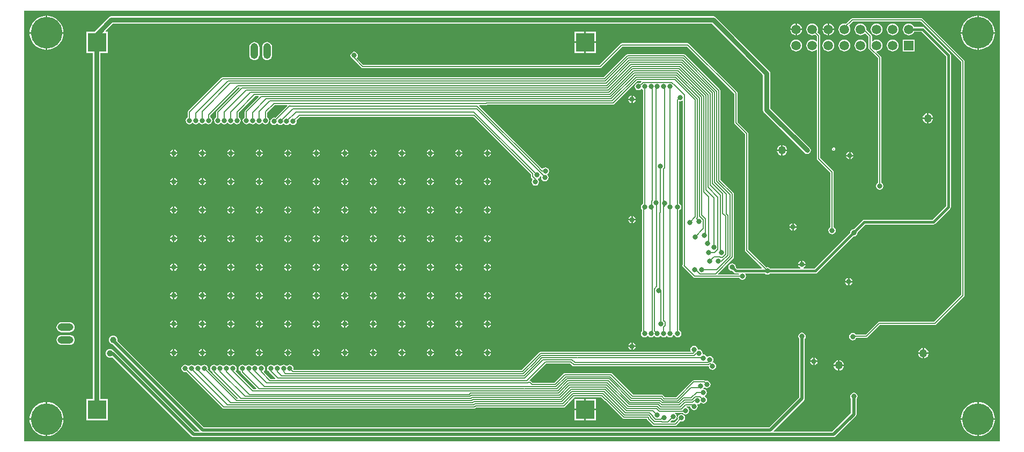
<source format=gbl>
%FSLAX25Y25*%
%MOIN*%
G70*
G01*
G75*
G04 Layer_Physical_Order=2*
G04 Layer_Color=16711680*
%ADD10R,0.05512X0.04331*%
%ADD11R,0.06693X0.04331*%
%ADD12O,0.06496X0.02559*%
%ADD13R,0.08661X0.05906*%
%ADD14O,0.08268X0.01181*%
%ADD15O,0.01181X0.08268*%
%ADD16R,0.04331X0.06693*%
%ADD17R,0.08465X0.01575*%
%ADD18R,0.08465X0.01575*%
%ADD19R,0.05906X0.07480*%
%ADD20R,0.05709X0.02165*%
%ADD21R,0.05709X0.02165*%
%ADD22R,0.10039X0.07284*%
%ADD23R,0.02165X0.05709*%
%ADD24R,0.02165X0.05709*%
%ADD25C,0.03150*%
%ADD26C,0.00598*%
%ADD27C,0.01575*%
%ADD28C,0.01969*%
%ADD29R,0.11811X0.11811*%
%ADD30O,0.04724X0.09843*%
%ADD31O,0.09843X0.04724*%
%ADD32C,0.19685*%
%ADD33R,0.05906X0.05906*%
%ADD34C,0.05906*%
%ADD35C,0.03150*%
%ADD36C,0.05000*%
%ADD37C,0.03937*%
G36*
X608159Y2054D02*
X608159Y2054D01*
X608159Y2054D01*
X608124Y1961D01*
X1965D01*
Y269677D01*
X608159D01*
Y2054D01*
D02*
G37*
%LPC*%
G36*
X148433Y94741D02*
Y93012D01*
X150162D01*
X150084Y93403D01*
X149579Y94158D01*
X148824Y94663D01*
X148433Y94741D01*
D02*
G37*
G36*
X147433D02*
X147042Y94663D01*
X146287Y94158D01*
X145782Y93403D01*
X145704Y93012D01*
X147433D01*
Y94741D01*
D02*
G37*
G36*
X130717D02*
Y93012D01*
X132445D01*
X132368Y93403D01*
X131863Y94158D01*
X131108Y94663D01*
X130717Y94741D01*
D02*
G37*
G36*
X165150D02*
X164759Y94663D01*
X164003Y94158D01*
X163499Y93403D01*
X163421Y93012D01*
X165150D01*
Y94741D01*
D02*
G37*
G36*
X183866D02*
Y93012D01*
X185595D01*
X185517Y93403D01*
X185013Y94158D01*
X184257Y94663D01*
X183866Y94741D01*
D02*
G37*
G36*
X182866D02*
X182475Y94663D01*
X181720Y94158D01*
X181215Y93403D01*
X181138Y93012D01*
X182866D01*
Y94741D01*
D02*
G37*
G36*
X166150D02*
Y93012D01*
X167878D01*
X167801Y93403D01*
X167296Y94158D01*
X166541Y94663D01*
X166150Y94741D01*
D02*
G37*
G36*
X129717D02*
X129326Y94663D01*
X128570Y94158D01*
X128066Y93403D01*
X127988Y93012D01*
X129717D01*
Y94741D01*
D02*
G37*
G36*
X559339Y265047D02*
X516437D01*
X516044Y264969D01*
X515710Y264746D01*
X512553Y261589D01*
X512531Y261599D01*
X511575Y261724D01*
X510619Y261599D01*
X509728Y261230D01*
X508963Y260643D01*
X508377Y259878D01*
X508008Y258987D01*
X507882Y258032D01*
X508008Y257076D01*
X508377Y256185D01*
X508963Y255420D01*
X509728Y254833D01*
X510619Y254464D01*
X511575Y254339D01*
X512531Y254464D01*
X513421Y254833D01*
X514186Y255420D01*
X514773Y256185D01*
X515142Y257076D01*
X515268Y258032D01*
X515142Y258987D01*
X514773Y259878D01*
X514328Y260458D01*
X516863Y262992D01*
X558913D01*
X584008Y237897D01*
Y92945D01*
X567287Y76224D01*
X533071D01*
X533071Y76224D01*
X532678Y76146D01*
X532344Y75924D01*
X532344Y75924D01*
X524771Y68350D01*
X518604D01*
X518375Y68694D01*
X517619Y69198D01*
X516728Y69375D01*
X515837Y69198D01*
X515082Y68694D01*
X514577Y67938D01*
X514400Y67047D01*
X514577Y66156D01*
X515082Y65401D01*
X515837Y64896D01*
X516728Y64719D01*
X517619Y64896D01*
X518375Y65401D01*
X518879Y66156D01*
X518907Y66295D01*
X525197D01*
X525590Y66373D01*
X525923Y66596D01*
X533497Y74169D01*
X567713D01*
X568106Y74247D01*
X568439Y74470D01*
X585762Y91793D01*
X585762Y91793D01*
X585985Y92126D01*
X585985Y92126D01*
X585985Y92126D01*
X586063Y92520D01*
X586063Y92520D01*
Y238323D01*
X585985Y238716D01*
X585762Y239050D01*
X560065Y264746D01*
X559732Y264969D01*
X559339Y265047D01*
D02*
G37*
G36*
X291894Y92012D02*
X290165D01*
Y90283D01*
X290556Y90361D01*
X291312Y90866D01*
X291816Y91621D01*
X291894Y92012D01*
D02*
G37*
G36*
X289165D02*
X287437D01*
X287514Y91621D01*
X288019Y90866D01*
X288774Y90361D01*
X289165Y90283D01*
Y92012D01*
D02*
G37*
G36*
X94283Y94741D02*
X93893Y94663D01*
X93137Y94158D01*
X92633Y93403D01*
X92555Y93012D01*
X94283D01*
Y94741D01*
D02*
G37*
G36*
X113000D02*
Y93012D01*
X114729D01*
X114651Y93403D01*
X114146Y94158D01*
X113391Y94663D01*
X113000Y94741D01*
D02*
G37*
G36*
X112000D02*
X111609Y94663D01*
X110854Y94158D01*
X110349Y93403D01*
X110271Y93012D01*
X112000D01*
Y94741D01*
D02*
G37*
G36*
X95284D02*
Y93012D01*
X97012D01*
X96934Y93403D01*
X96430Y94158D01*
X95674Y94663D01*
X95284Y94741D01*
D02*
G37*
G36*
X289165D02*
X288774Y94663D01*
X288019Y94158D01*
X287514Y93403D01*
X287437Y93012D01*
X289165D01*
Y94741D01*
D02*
G37*
G36*
X272449D02*
Y93012D01*
X274178D01*
X274100Y93403D01*
X273595Y94158D01*
X272840Y94663D01*
X272449Y94741D01*
D02*
G37*
G36*
X271449D02*
X271058Y94663D01*
X270303Y94158D01*
X269798Y93403D01*
X269720Y93012D01*
X271449D01*
Y94741D01*
D02*
G37*
G36*
X290165D02*
Y93012D01*
X291894D01*
X291816Y93403D01*
X291312Y94158D01*
X290556Y94663D01*
X290165Y94741D01*
D02*
G37*
G36*
X513673Y103410D02*
X513282Y103332D01*
X512527Y102827D01*
X512022Y102072D01*
X511944Y101681D01*
X513673D01*
Y103410D01*
D02*
G37*
G36*
X516402Y100681D02*
X514673D01*
Y98952D01*
X515064Y99030D01*
X515820Y99535D01*
X516324Y100290D01*
X516402Y100681D01*
D02*
G37*
G36*
X513673D02*
X511944D01*
X512022Y100290D01*
X512527Y99535D01*
X513282Y99030D01*
X513673Y98952D01*
Y100681D01*
D02*
G37*
G36*
X254732Y94741D02*
Y93012D01*
X256461D01*
X256383Y93403D01*
X255879Y94158D01*
X255123Y94663D01*
X254732Y94741D01*
D02*
G37*
G36*
X218299D02*
X217908Y94663D01*
X217153Y94158D01*
X216648Y93403D01*
X216570Y93012D01*
X218299D01*
Y94741D01*
D02*
G37*
G36*
X201583D02*
Y93012D01*
X203312D01*
X203234Y93403D01*
X202729Y94158D01*
X201974Y94663D01*
X201583Y94741D01*
D02*
G37*
G36*
X200583D02*
X200192Y94663D01*
X199437Y94158D01*
X198932Y93403D01*
X198854Y93012D01*
X200583D01*
Y94741D01*
D02*
G37*
G36*
X219299D02*
Y93012D01*
X221028D01*
X220950Y93403D01*
X220446Y94158D01*
X219690Y94663D01*
X219299Y94741D01*
D02*
G37*
G36*
X253732D02*
X253342Y94663D01*
X252586Y94158D01*
X252081Y93403D01*
X252004Y93012D01*
X253732D01*
Y94741D01*
D02*
G37*
G36*
X237016D02*
Y93012D01*
X238745D01*
X238667Y93403D01*
X238162Y94158D01*
X237407Y94663D01*
X237016Y94741D01*
D02*
G37*
G36*
X236016D02*
X235625Y94663D01*
X234870Y94158D01*
X234365Y93403D01*
X234287Y93012D01*
X236016D01*
Y94741D01*
D02*
G37*
G36*
X112000Y92012D02*
X110271D01*
X110349Y91621D01*
X110854Y90866D01*
X111609Y90361D01*
X112000Y90283D01*
Y92012D01*
D02*
G37*
G36*
X97012D02*
X95284D01*
Y90283D01*
X95674Y90361D01*
X96430Y90866D01*
X96934Y91621D01*
X97012Y92012D01*
D02*
G37*
G36*
X94283D02*
X92555D01*
X92633Y91621D01*
X93137Y90866D01*
X93893Y90361D01*
X94283Y90283D01*
Y92012D01*
D02*
G37*
G36*
X114729D02*
X113000D01*
Y90283D01*
X113391Y90361D01*
X114146Y90866D01*
X114651Y91621D01*
X114729Y92012D01*
D02*
G37*
G36*
X147433D02*
X145704D01*
X145782Y91621D01*
X146287Y90866D01*
X147042Y90361D01*
X147433Y90283D01*
Y92012D01*
D02*
G37*
G36*
X132445D02*
X130717D01*
Y90283D01*
X131108Y90361D01*
X131863Y90866D01*
X132368Y91621D01*
X132445Y92012D01*
D02*
G37*
G36*
X129717D02*
X127988D01*
X128066Y91621D01*
X128570Y90866D01*
X129326Y90361D01*
X129717Y90283D01*
Y92012D01*
D02*
G37*
G36*
X290165Y77024D02*
Y75295D01*
X291894D01*
X291816Y75686D01*
X291312Y76442D01*
X290556Y76946D01*
X290165Y77024D01*
D02*
G37*
G36*
X253732D02*
X253342Y76946D01*
X252586Y76442D01*
X252081Y75686D01*
X252004Y75295D01*
X253732D01*
Y77024D01*
D02*
G37*
G36*
X237016D02*
Y75295D01*
X238745D01*
X238667Y75686D01*
X238162Y76442D01*
X237407Y76946D01*
X237016Y77024D01*
D02*
G37*
G36*
X236016D02*
X235625Y76946D01*
X234870Y76442D01*
X234365Y75686D01*
X234287Y75295D01*
X236016D01*
Y77024D01*
D02*
G37*
G36*
X254732D02*
Y75295D01*
X256461D01*
X256383Y75686D01*
X255879Y76442D01*
X255123Y76946D01*
X254732Y77024D01*
D02*
G37*
G36*
X289165D02*
X288774Y76946D01*
X288019Y76442D01*
X287514Y75686D01*
X287437Y75295D01*
X289165D01*
Y77024D01*
D02*
G37*
G36*
X272449D02*
Y75295D01*
X274178D01*
X274100Y75686D01*
X273595Y76442D01*
X272840Y76946D01*
X272449Y77024D01*
D02*
G37*
G36*
X271449D02*
X271058Y76946D01*
X270303Y76442D01*
X269798Y75686D01*
X269720Y75295D01*
X271449D01*
Y77024D01*
D02*
G37*
G36*
X238745Y92012D02*
X237016D01*
Y90283D01*
X237407Y90361D01*
X238162Y90866D01*
X238667Y91621D01*
X238745Y92012D01*
D02*
G37*
G36*
X236016D02*
X234287D01*
X234365Y91621D01*
X234870Y90866D01*
X235625Y90361D01*
X236016Y90283D01*
Y92012D01*
D02*
G37*
G36*
X221028D02*
X219299D01*
Y90283D01*
X219690Y90361D01*
X220446Y90866D01*
X220950Y91621D01*
X221028Y92012D01*
D02*
G37*
G36*
X253732D02*
X252004D01*
X252081Y91621D01*
X252586Y90866D01*
X253342Y90361D01*
X253732Y90283D01*
Y92012D01*
D02*
G37*
G36*
X274178D02*
X272449D01*
Y90283D01*
X272840Y90361D01*
X273595Y90866D01*
X274100Y91621D01*
X274178Y92012D01*
D02*
G37*
G36*
X271449D02*
X269720D01*
X269798Y91621D01*
X270303Y90866D01*
X271058Y90361D01*
X271449Y90283D01*
Y92012D01*
D02*
G37*
G36*
X256461D02*
X254732D01*
Y90283D01*
X255123Y90361D01*
X255879Y90866D01*
X256383Y91621D01*
X256461Y92012D01*
D02*
G37*
G36*
X218299D02*
X216570D01*
X216648Y91621D01*
X217153Y90866D01*
X217908Y90361D01*
X218299Y90283D01*
Y92012D01*
D02*
G37*
G36*
X167878D02*
X166150D01*
Y90283D01*
X166541Y90361D01*
X167296Y90866D01*
X167801Y91621D01*
X167878Y92012D01*
D02*
G37*
G36*
X165150D02*
X163421D01*
X163499Y91621D01*
X164003Y90866D01*
X164759Y90361D01*
X165150Y90283D01*
Y92012D01*
D02*
G37*
G36*
X150162D02*
X148433D01*
Y90283D01*
X148824Y90361D01*
X149579Y90866D01*
X150084Y91621D01*
X150162Y92012D01*
D02*
G37*
G36*
X182866D02*
X181138D01*
X181215Y91621D01*
X181720Y90866D01*
X182475Y90361D01*
X182866Y90283D01*
Y92012D01*
D02*
G37*
G36*
X203312D02*
X201583D01*
Y90283D01*
X201974Y90361D01*
X202729Y90866D01*
X203234Y91621D01*
X203312Y92012D01*
D02*
G37*
G36*
X200583D02*
X198854D01*
X198932Y91621D01*
X199437Y90866D01*
X200192Y90361D01*
X200583Y90283D01*
Y92012D01*
D02*
G37*
G36*
X185595D02*
X183866D01*
Y90283D01*
X184257Y90361D01*
X185013Y90866D01*
X185517Y91621D01*
X185595Y92012D01*
D02*
G37*
G36*
X219299Y112457D02*
Y110728D01*
X221028D01*
X220950Y111119D01*
X220446Y111875D01*
X219690Y112379D01*
X219299Y112457D01*
D02*
G37*
G36*
X218299D02*
X217908Y112379D01*
X217153Y111875D01*
X216648Y111119D01*
X216570Y110728D01*
X218299D01*
Y112457D01*
D02*
G37*
G36*
X201583D02*
Y110728D01*
X203312D01*
X203234Y111119D01*
X202729Y111875D01*
X201974Y112379D01*
X201583Y112457D01*
D02*
G37*
G36*
X236016D02*
X235625Y112379D01*
X234870Y111875D01*
X234365Y111119D01*
X234287Y110728D01*
X236016D01*
Y112457D01*
D02*
G37*
G36*
X254732D02*
Y110728D01*
X256461D01*
X256383Y111119D01*
X255879Y111875D01*
X255123Y112379D01*
X254732Y112457D01*
D02*
G37*
G36*
X253732D02*
X253342Y112379D01*
X252586Y111875D01*
X252081Y111119D01*
X252004Y110728D01*
X253732D01*
Y112457D01*
D02*
G37*
G36*
X237016D02*
Y110728D01*
X238745D01*
X238667Y111119D01*
X238162Y111875D01*
X237407Y112379D01*
X237016Y112457D01*
D02*
G37*
G36*
X200583D02*
X200192Y112379D01*
X199437Y111875D01*
X198932Y111119D01*
X198854Y110728D01*
X200583D01*
Y112457D01*
D02*
G37*
G36*
X148433D02*
Y110728D01*
X150162D01*
X150084Y111119D01*
X149579Y111875D01*
X148824Y112379D01*
X148433Y112457D01*
D02*
G37*
G36*
X147433D02*
X147042Y112379D01*
X146287Y111875D01*
X145782Y111119D01*
X145704Y110728D01*
X147433D01*
Y112457D01*
D02*
G37*
G36*
X130717D02*
Y110728D01*
X132445D01*
X132368Y111119D01*
X131863Y111875D01*
X131108Y112379D01*
X130717Y112457D01*
D02*
G37*
G36*
X165150D02*
X164759Y112379D01*
X164003Y111875D01*
X163499Y111119D01*
X163421Y110728D01*
X165150D01*
Y112457D01*
D02*
G37*
G36*
X183866D02*
Y110728D01*
X185595D01*
X185517Y111119D01*
X185013Y111875D01*
X184257Y112379D01*
X183866Y112457D01*
D02*
G37*
G36*
X182866D02*
X182475Y112379D01*
X181720Y111875D01*
X181215Y111119D01*
X181138Y110728D01*
X182866D01*
Y112457D01*
D02*
G37*
G36*
X166150D02*
Y110728D01*
X167878D01*
X167801Y111119D01*
X167296Y111875D01*
X166541Y112379D01*
X166150Y112457D01*
D02*
G37*
G36*
X129717Y127445D02*
X127988D01*
X128066Y127054D01*
X128570Y126299D01*
X129326Y125794D01*
X129717Y125716D01*
Y127445D01*
D02*
G37*
G36*
X114729D02*
X113000D01*
Y125716D01*
X113391Y125794D01*
X114146Y126299D01*
X114651Y127054D01*
X114729Y127445D01*
D02*
G37*
G36*
X112000D02*
X110271D01*
X110349Y127054D01*
X110854Y126299D01*
X111609Y125794D01*
X112000Y125716D01*
Y127445D01*
D02*
G37*
G36*
X132445D02*
X130717D01*
Y125716D01*
X131108Y125794D01*
X131863Y126299D01*
X132368Y127054D01*
X132445Y127445D01*
D02*
G37*
G36*
X165150D02*
X163421D01*
X163499Y127054D01*
X164003Y126299D01*
X164759Y125794D01*
X165150Y125716D01*
Y127445D01*
D02*
G37*
G36*
X150162D02*
X148433D01*
Y125716D01*
X148824Y125794D01*
X149579Y126299D01*
X150084Y127054D01*
X150162Y127445D01*
D02*
G37*
G36*
X147433D02*
X145704D01*
X145782Y127054D01*
X146287Y126299D01*
X147042Y125794D01*
X147433Y125716D01*
Y127445D01*
D02*
G37*
G36*
X97012D02*
X95284D01*
Y125716D01*
X95674Y125794D01*
X96430Y126299D01*
X96934Y127054D01*
X97012Y127445D01*
D02*
G37*
G36*
X289165Y112457D02*
X288774Y112379D01*
X288019Y111875D01*
X287514Y111119D01*
X287437Y110728D01*
X289165D01*
Y112457D01*
D02*
G37*
G36*
X272449D02*
Y110728D01*
X274178D01*
X274100Y111119D01*
X273595Y111875D01*
X272840Y112379D01*
X272449Y112457D01*
D02*
G37*
G36*
X271449D02*
X271058Y112379D01*
X270303Y111875D01*
X269798Y111119D01*
X269720Y110728D01*
X271449D01*
Y112457D01*
D02*
G37*
G36*
X290165D02*
Y110728D01*
X291894D01*
X291816Y111119D01*
X291312Y111875D01*
X290556Y112379D01*
X290165Y112457D01*
D02*
G37*
G36*
X94283Y127445D02*
X92555D01*
X92633Y127054D01*
X93137Y126299D01*
X93893Y125794D01*
X94283Y125716D01*
Y127445D01*
D02*
G37*
G36*
X485598Y114138D02*
Y112409D01*
X487327D01*
X487249Y112800D01*
X486745Y113556D01*
X485989Y114060D01*
X485598Y114138D01*
D02*
G37*
G36*
X484598D02*
X484207Y114060D01*
X483452Y113556D01*
X482947Y112800D01*
X482870Y112409D01*
X484598D01*
Y114138D01*
D02*
G37*
G36*
X167878Y109728D02*
X166150D01*
Y108000D01*
X166541Y108077D01*
X167296Y108582D01*
X167801Y109337D01*
X167878Y109728D01*
D02*
G37*
G36*
X165150D02*
X163421D01*
X163499Y109337D01*
X164003Y108582D01*
X164759Y108077D01*
X165150Y108000D01*
Y109728D01*
D02*
G37*
G36*
X150162D02*
X148433D01*
Y108000D01*
X148824Y108077D01*
X149579Y108582D01*
X150084Y109337D01*
X150162Y109728D01*
D02*
G37*
G36*
X182866D02*
X181138D01*
X181215Y109337D01*
X181720Y108582D01*
X182475Y108077D01*
X182866Y108000D01*
Y109728D01*
D02*
G37*
G36*
X203312D02*
X201583D01*
Y108000D01*
X201974Y108077D01*
X202729Y108582D01*
X203234Y109337D01*
X203312Y109728D01*
D02*
G37*
G36*
X200583D02*
X198854D01*
X198932Y109337D01*
X199437Y108582D01*
X200192Y108077D01*
X200583Y108000D01*
Y109728D01*
D02*
G37*
G36*
X185595D02*
X183866D01*
Y108000D01*
X184257Y108077D01*
X185013Y108582D01*
X185517Y109337D01*
X185595Y109728D01*
D02*
G37*
G36*
X147433D02*
X145704D01*
X145782Y109337D01*
X146287Y108582D01*
X147042Y108077D01*
X147433Y108000D01*
Y109728D01*
D02*
G37*
G36*
X97012D02*
X95284D01*
Y108000D01*
X95674Y108077D01*
X96430Y108582D01*
X96934Y109337D01*
X97012Y109728D01*
D02*
G37*
G36*
X94283D02*
X92555D01*
X92633Y109337D01*
X93137Y108582D01*
X93893Y108077D01*
X94283Y108000D01*
Y109728D01*
D02*
G37*
G36*
X514673Y103410D02*
Y101681D01*
X516402D01*
X516324Y102072D01*
X515820Y102827D01*
X515064Y103332D01*
X514673Y103410D01*
D02*
G37*
G36*
X112000Y109728D02*
X110271D01*
X110349Y109337D01*
X110854Y108582D01*
X111609Y108077D01*
X112000Y108000D01*
Y109728D01*
D02*
G37*
G36*
X132445D02*
X130717D01*
Y108000D01*
X131108Y108077D01*
X131863Y108582D01*
X132368Y109337D01*
X132445Y109728D01*
D02*
G37*
G36*
X129717D02*
X127988D01*
X128066Y109337D01*
X128570Y108582D01*
X129326Y108077D01*
X129717Y108000D01*
Y109728D01*
D02*
G37*
G36*
X114729D02*
X113000D01*
Y108000D01*
X113391Y108077D01*
X114146Y108582D01*
X114651Y109337D01*
X114729Y109728D01*
D02*
G37*
G36*
X94283Y112457D02*
X93893Y112379D01*
X93137Y111875D01*
X92633Y111119D01*
X92555Y110728D01*
X94283D01*
Y112457D01*
D02*
G37*
G36*
X291894Y109728D02*
X290165D01*
Y108000D01*
X290556Y108077D01*
X291312Y108582D01*
X291816Y109337D01*
X291894Y109728D01*
D02*
G37*
G36*
X289165D02*
X287437D01*
X287514Y109337D01*
X288019Y108582D01*
X288774Y108077D01*
X289165Y108000D01*
Y109728D01*
D02*
G37*
G36*
X95284Y112457D02*
Y110728D01*
X97012D01*
X96934Y111119D01*
X96430Y111875D01*
X95674Y112379D01*
X95284Y112457D01*
D02*
G37*
G36*
X129717D02*
X129326Y112379D01*
X128570Y111875D01*
X128066Y111119D01*
X127988Y110728D01*
X129717D01*
Y112457D01*
D02*
G37*
G36*
X113000D02*
Y110728D01*
X114729D01*
X114651Y111119D01*
X114146Y111875D01*
X113391Y112379D01*
X113000Y112457D01*
D02*
G37*
G36*
X112000D02*
X111609Y112379D01*
X110854Y111875D01*
X110349Y111119D01*
X110271Y110728D01*
X112000D01*
Y112457D01*
D02*
G37*
G36*
X274178Y109728D02*
X272449D01*
Y108000D01*
X272840Y108077D01*
X273595Y108582D01*
X274100Y109337D01*
X274178Y109728D01*
D02*
G37*
G36*
X236016D02*
X234287D01*
X234365Y109337D01*
X234870Y108582D01*
X235625Y108077D01*
X236016Y108000D01*
Y109728D01*
D02*
G37*
G36*
X221028D02*
X219299D01*
Y108000D01*
X219690Y108077D01*
X220446Y108582D01*
X220950Y109337D01*
X221028Y109728D01*
D02*
G37*
G36*
X218299D02*
X216570D01*
X216648Y109337D01*
X217153Y108582D01*
X217908Y108077D01*
X218299Y108000D01*
Y109728D01*
D02*
G37*
G36*
X238745D02*
X237016D01*
Y108000D01*
X237407Y108077D01*
X238162Y108582D01*
X238667Y109337D01*
X238745Y109728D01*
D02*
G37*
G36*
X271449D02*
X269720D01*
X269798Y109337D01*
X270303Y108582D01*
X271058Y108077D01*
X271449Y108000D01*
Y109728D01*
D02*
G37*
G36*
X256461D02*
X254732D01*
Y108000D01*
X255123Y108077D01*
X255879Y108582D01*
X256383Y109337D01*
X256461Y109728D01*
D02*
G37*
G36*
X253732D02*
X252004D01*
X252081Y109337D01*
X252586Y108582D01*
X253342Y108077D01*
X253732Y108000D01*
Y109728D01*
D02*
G37*
G36*
X238745Y56579D02*
X237016D01*
Y54850D01*
X237407Y54928D01*
X238162Y55432D01*
X238667Y56188D01*
X238745Y56579D01*
D02*
G37*
G36*
X236016D02*
X234287D01*
X234365Y56188D01*
X234870Y55432D01*
X235625Y54928D01*
X236016Y54850D01*
Y56579D01*
D02*
G37*
G36*
X221028D02*
X219299D01*
Y54850D01*
X219690Y54928D01*
X220446Y55432D01*
X220950Y56188D01*
X221028Y56579D01*
D02*
G37*
G36*
X253732D02*
X252004D01*
X252081Y56188D01*
X252586Y55432D01*
X253342Y54928D01*
X253732Y54850D01*
Y56579D01*
D02*
G37*
G36*
X274178D02*
X272449D01*
Y54850D01*
X272840Y54928D01*
X273595Y55432D01*
X274100Y56188D01*
X274178Y56579D01*
D02*
G37*
G36*
X271449D02*
X269720D01*
X269798Y56188D01*
X270303Y55432D01*
X271058Y54928D01*
X271449Y54850D01*
Y56579D01*
D02*
G37*
G36*
X256461D02*
X254732D01*
Y54850D01*
X255123Y54928D01*
X255879Y55432D01*
X256383Y56188D01*
X256461Y56579D01*
D02*
G37*
G36*
X218299D02*
X216570D01*
X216648Y56188D01*
X217153Y55432D01*
X217908Y54928D01*
X218299Y54850D01*
Y56579D01*
D02*
G37*
G36*
X167878D02*
X166150D01*
Y54850D01*
X166541Y54928D01*
X167296Y55432D01*
X167801Y56188D01*
X167878Y56579D01*
D02*
G37*
G36*
X165150D02*
X163421D01*
X163499Y56188D01*
X164003Y55432D01*
X164759Y54928D01*
X165150Y54850D01*
Y56579D01*
D02*
G37*
G36*
X150162D02*
X148433D01*
Y54850D01*
X148824Y54928D01*
X149579Y55432D01*
X150084Y56188D01*
X150162Y56579D01*
D02*
G37*
G36*
X182866D02*
X181138D01*
X181215Y56188D01*
X181720Y55432D01*
X182475Y54928D01*
X182866Y54850D01*
Y56579D01*
D02*
G37*
G36*
X203312D02*
X201583D01*
Y54850D01*
X201974Y54928D01*
X202729Y55432D01*
X203234Y56188D01*
X203312Y56579D01*
D02*
G37*
G36*
X200583D02*
X198854D01*
X198932Y56188D01*
X199437Y55432D01*
X200192Y54928D01*
X200583Y54850D01*
Y56579D01*
D02*
G37*
G36*
X185595D02*
X183866D01*
Y54850D01*
X184257Y54928D01*
X185013Y55432D01*
X185517Y56188D01*
X185595Y56579D01*
D02*
G37*
G36*
X147433Y59308D02*
X147042Y59230D01*
X146287Y58725D01*
X145782Y57970D01*
X145704Y57579D01*
X147433D01*
Y59308D01*
D02*
G37*
G36*
X130717D02*
Y57579D01*
X132445D01*
X132368Y57970D01*
X131863Y58725D01*
X131108Y59230D01*
X130717Y59308D01*
D02*
G37*
G36*
X129717D02*
X129326Y59230D01*
X128570Y58725D01*
X128066Y57970D01*
X127988Y57579D01*
X129717D01*
Y59308D01*
D02*
G37*
G36*
X148433D02*
Y57579D01*
X150162D01*
X150084Y57970D01*
X149579Y58725D01*
X148824Y59230D01*
X148433Y59308D01*
D02*
G37*
G36*
X182866D02*
X182475Y59230D01*
X181720Y58725D01*
X181215Y57970D01*
X181138Y57579D01*
X182866D01*
Y59308D01*
D02*
G37*
G36*
X166150D02*
Y57579D01*
X167878D01*
X167801Y57970D01*
X167296Y58725D01*
X166541Y59230D01*
X166150Y59308D01*
D02*
G37*
G36*
X165150D02*
X164759Y59230D01*
X164003Y58725D01*
X163499Y57970D01*
X163421Y57579D01*
X165150D01*
Y59308D01*
D02*
G37*
G36*
X113000D02*
Y57579D01*
X114729D01*
X114651Y57970D01*
X114146Y58725D01*
X113391Y59230D01*
X113000Y59308D01*
D02*
G37*
G36*
X560130Y59863D02*
X559792Y59819D01*
X559012Y59496D01*
X558342Y58981D01*
X557827Y58311D01*
X557504Y57530D01*
X557459Y57193D01*
X560130D01*
Y59863D01*
D02*
G37*
G36*
X291894Y56579D02*
X290165D01*
Y54850D01*
X290556Y54928D01*
X291312Y55432D01*
X291816Y56188D01*
X291894Y56579D01*
D02*
G37*
G36*
X289165D02*
X287437D01*
X287514Y56188D01*
X288019Y55432D01*
X288774Y54928D01*
X289165Y54850D01*
Y56579D01*
D02*
G37*
G36*
X561130Y59863D02*
Y57193D01*
X563800D01*
X563756Y57530D01*
X563433Y58311D01*
X562918Y58981D01*
X562248Y59496D01*
X561468Y59819D01*
X561130Y59863D01*
D02*
G37*
G36*
X112000Y59308D02*
X111609Y59230D01*
X110854Y58725D01*
X110349Y57970D01*
X110271Y57579D01*
X112000D01*
Y59308D01*
D02*
G37*
G36*
X95284D02*
Y57579D01*
X97012D01*
X96934Y57970D01*
X96430Y58725D01*
X95674Y59230D01*
X95284Y59308D01*
D02*
G37*
G36*
X94283D02*
X93893Y59230D01*
X93137Y58725D01*
X92633Y57970D01*
X92555Y57579D01*
X94283D01*
Y59308D01*
D02*
G37*
G36*
X594984Y26285D02*
Y16240D01*
X605029D01*
X604938Y17396D01*
X604550Y19011D01*
X603914Y20545D01*
X603047Y21961D01*
X601968Y23224D01*
X600705Y24303D01*
X599289Y25170D01*
X597755Y25806D01*
X596140Y26194D01*
X594984Y26285D01*
D02*
G37*
G36*
X593984D02*
X592829Y26194D01*
X591214Y25806D01*
X589679Y25170D01*
X588263Y24303D01*
X587000Y23224D01*
X585922Y21961D01*
X585054Y20545D01*
X584418Y19011D01*
X584031Y17396D01*
X583940Y16240D01*
X593984D01*
Y26285D01*
D02*
G37*
G36*
X16244D02*
Y16240D01*
X26289D01*
X26198Y17396D01*
X25810Y19011D01*
X25174Y20545D01*
X24307Y21961D01*
X23228Y23224D01*
X21965Y24303D01*
X20549Y25170D01*
X19015Y25806D01*
X17400Y26194D01*
X16244Y26285D01*
D02*
G37*
G36*
X349894Y28268D02*
X343779D01*
Y22153D01*
X349894D01*
Y28268D01*
D02*
G37*
G36*
X511237Y48610D02*
X508567D01*
Y45940D01*
X508905Y45984D01*
X509685Y46308D01*
X510355Y46822D01*
X510870Y47492D01*
X511193Y48273D01*
X511237Y48610D01*
D02*
G37*
G36*
X507567D02*
X504896D01*
X504941Y48273D01*
X505264Y47492D01*
X505779Y46822D01*
X506449Y46308D01*
X507229Y45984D01*
X507567Y45940D01*
Y48610D01*
D02*
G37*
G36*
X357008Y28268D02*
X350894D01*
Y22153D01*
X357008D01*
Y28268D01*
D02*
G37*
G36*
X15244Y26285D02*
X14088Y26194D01*
X12473Y25806D01*
X10939Y25170D01*
X9523Y24303D01*
X8260Y23224D01*
X7182Y21961D01*
X6314Y20545D01*
X5678Y19011D01*
X5291Y17396D01*
X5200Y16240D01*
X15244D01*
Y26285D01*
D02*
G37*
G36*
X593984Y15240D02*
X583940D01*
X584031Y14085D01*
X584418Y12470D01*
X585054Y10935D01*
X585922Y9519D01*
X587000Y8256D01*
X588263Y7178D01*
X589679Y6310D01*
X591214Y5674D01*
X592829Y5287D01*
X593984Y5196D01*
Y15240D01*
D02*
G37*
G36*
X26289D02*
X16244D01*
Y5196D01*
X17400Y5287D01*
X19015Y5674D01*
X20549Y6310D01*
X21965Y7178D01*
X23228Y8256D01*
X24307Y9519D01*
X25174Y10935D01*
X25810Y12470D01*
X26198Y14085D01*
X26289Y15240D01*
D02*
G37*
G36*
X15244D02*
X5200D01*
X5291Y14085D01*
X5678Y12470D01*
X6314Y10935D01*
X7182Y9519D01*
X8260Y8256D01*
X9523Y7178D01*
X10939Y6310D01*
X12473Y5674D01*
X14088Y5287D01*
X15244Y5196D01*
Y15240D01*
D02*
G37*
G36*
X605029D02*
X594984D01*
Y5196D01*
X596140Y5287D01*
X597755Y5674D01*
X599289Y6310D01*
X600705Y7178D01*
X601968Y8256D01*
X603047Y9519D01*
X603914Y10935D01*
X604550Y12470D01*
X604938Y14085D01*
X605029Y15240D01*
D02*
G37*
G36*
X357008Y21154D02*
X350894D01*
Y15039D01*
X357008D01*
Y21154D01*
D02*
G37*
G36*
X349894D02*
X343779D01*
Y15039D01*
X349894D01*
Y21154D01*
D02*
G37*
G36*
X485185Y69446D02*
X484294Y69269D01*
X483539Y68765D01*
X483034Y68009D01*
X482857Y67118D01*
X483034Y66227D01*
X483459Y65591D01*
Y29207D01*
X464872Y10620D01*
X113475D01*
X59711Y64384D01*
X59787Y64961D01*
X59695Y65659D01*
X59425Y66311D01*
X58996Y66870D01*
X58437Y67299D01*
X57785Y67569D01*
X57087Y67661D01*
X56388Y67569D01*
X55737Y67299D01*
X55177Y66870D01*
X54748Y66311D01*
X54478Y65659D01*
X54386Y64961D01*
X54478Y64262D01*
X54748Y63611D01*
X55177Y63051D01*
X55737Y62622D01*
X56388Y62352D01*
X56932Y62281D01*
X110808Y8405D01*
X110617Y7943D01*
X107884D01*
X57913Y57913D01*
X57354Y58288D01*
X57254Y58307D01*
X57028Y58602D01*
X56468Y59031D01*
X55817Y59301D01*
X55118Y59393D01*
X54419Y59301D01*
X53768Y59031D01*
X53209Y58602D01*
X52780Y58043D01*
X52510Y57392D01*
X52418Y56693D01*
X52510Y55994D01*
X52780Y55343D01*
X53209Y54783D01*
X53768Y54354D01*
X54419Y54085D01*
X55118Y53993D01*
X55817Y54085D01*
X56468Y54354D01*
X56537Y54407D01*
X105949Y4996D01*
X106509Y4622D01*
X107169Y4490D01*
X504819D01*
X505479Y4622D01*
X506039Y4996D01*
X506039Y4996D01*
X506039Y4996D01*
X518543Y17500D01*
X518918Y18060D01*
X518918Y18060D01*
X518918Y18060D01*
X519049Y18721D01*
Y28141D01*
X519549Y28889D01*
X519726Y29779D01*
X519549Y30670D01*
X519044Y31426D01*
X518289Y31931D01*
X517398Y32108D01*
X516507Y31931D01*
X515751Y31426D01*
X515247Y30670D01*
X515069Y29779D01*
X515247Y28889D01*
X515597Y28365D01*
Y19435D01*
X504104Y7943D01*
X467730D01*
X467538Y8405D01*
X486406Y27272D01*
X486780Y27832D01*
X486911Y28492D01*
X486911Y28492D01*
X486911Y28492D01*
Y28492D01*
Y65591D01*
X487336Y66227D01*
X487513Y67118D01*
X487336Y68009D01*
X486831Y68765D01*
X486076Y69269D01*
X485185Y69446D01*
D02*
G37*
G36*
X112000Y56579D02*
X110271D01*
X110349Y56188D01*
X110854Y55432D01*
X111609Y54928D01*
X112000Y54850D01*
Y56579D01*
D02*
G37*
G36*
X97012D02*
X95284D01*
Y54850D01*
X95674Y54928D01*
X96430Y55432D01*
X96934Y56188D01*
X97012Y56579D01*
D02*
G37*
G36*
X94283D02*
X92555D01*
X92633Y56188D01*
X93137Y55432D01*
X93893Y54928D01*
X94283Y54850D01*
Y56579D01*
D02*
G37*
G36*
X114729D02*
X113000D01*
Y54850D01*
X113391Y54928D01*
X114146Y55432D01*
X114651Y56188D01*
X114729Y56579D01*
D02*
G37*
G36*
X147433D02*
X145704D01*
X145782Y56188D01*
X146287Y55432D01*
X147042Y54928D01*
X147433Y54850D01*
Y56579D01*
D02*
G37*
G36*
X132445D02*
X130717D01*
Y54850D01*
X131108Y54928D01*
X131863Y55432D01*
X132368Y56188D01*
X132445Y56579D01*
D02*
G37*
G36*
X129717D02*
X127988D01*
X128066Y56188D01*
X128570Y55432D01*
X129326Y54928D01*
X129717Y54850D01*
Y56579D01*
D02*
G37*
G36*
X563800Y56193D02*
X561130D01*
Y53522D01*
X561468Y53567D01*
X562248Y53890D01*
X562918Y54404D01*
X563433Y55075D01*
X563756Y55855D01*
X563800Y56193D01*
D02*
G37*
G36*
X507567Y52281D02*
X507229Y52236D01*
X506449Y51913D01*
X505779Y51399D01*
X505264Y50728D01*
X504941Y49948D01*
X504896Y49610D01*
X507567D01*
Y52281D01*
D02*
G37*
G36*
X494745Y51150D02*
X493016D01*
Y49421D01*
X493407Y49499D01*
X494162Y50003D01*
X494667Y50759D01*
X494745Y51150D01*
D02*
G37*
G36*
X492016D02*
X490287D01*
X490365Y50759D01*
X490870Y50003D01*
X491625Y49499D01*
X492016Y49421D01*
Y51150D01*
D02*
G37*
G36*
X508567Y52281D02*
Y49610D01*
X511237D01*
X511193Y49948D01*
X510870Y50728D01*
X510355Y51399D01*
X509685Y51913D01*
X508905Y52236D01*
X508567Y52281D01*
D02*
G37*
G36*
X560130Y56193D02*
X557459D01*
X557504Y55855D01*
X557827Y55075D01*
X558342Y54404D01*
X559012Y53890D01*
X559792Y53567D01*
X560130Y53522D01*
Y56193D01*
D02*
G37*
G36*
X493016Y53878D02*
Y52150D01*
X494745D01*
X494667Y52541D01*
X494162Y53296D01*
X493407Y53801D01*
X493016Y53878D01*
D02*
G37*
G36*
X492016D02*
X491625Y53801D01*
X490870Y53296D01*
X490365Y52541D01*
X490287Y52150D01*
X492016D01*
Y53878D01*
D02*
G37*
G36*
X271449Y74295D02*
X269720D01*
X269798Y73905D01*
X270303Y73149D01*
X271058Y72644D01*
X271449Y72567D01*
Y74295D01*
D02*
G37*
G36*
X256461D02*
X254732D01*
Y72567D01*
X255123Y72644D01*
X255879Y73149D01*
X256383Y73905D01*
X256461Y74295D01*
D02*
G37*
G36*
X253732D02*
X252004D01*
X252081Y73905D01*
X252586Y73149D01*
X253342Y72644D01*
X253732Y72567D01*
Y74295D01*
D02*
G37*
G36*
X274178D02*
X272449D01*
Y72567D01*
X272840Y72644D01*
X273595Y73149D01*
X274100Y73905D01*
X274178Y74295D01*
D02*
G37*
G36*
X94283Y77024D02*
X93893Y76946D01*
X93137Y76442D01*
X92633Y75686D01*
X92555Y75295D01*
X94283D01*
Y77024D01*
D02*
G37*
G36*
X291894Y74295D02*
X290165D01*
Y72567D01*
X290556Y72644D01*
X291312Y73149D01*
X291816Y73905D01*
X291894Y74295D01*
D02*
G37*
G36*
X289165D02*
X287437D01*
X287514Y73905D01*
X288019Y73149D01*
X288774Y72644D01*
X289165Y72567D01*
Y74295D01*
D02*
G37*
G36*
X238745D02*
X237016D01*
Y72567D01*
X237407Y72644D01*
X238162Y73149D01*
X238667Y73905D01*
X238745Y74295D01*
D02*
G37*
G36*
X200583D02*
X198854D01*
X198932Y73905D01*
X199437Y73149D01*
X200192Y72644D01*
X200583Y72567D01*
Y74295D01*
D02*
G37*
G36*
X185595D02*
X183866D01*
Y72567D01*
X184257Y72644D01*
X185013Y73149D01*
X185517Y73905D01*
X185595Y74295D01*
D02*
G37*
G36*
X182866D02*
X181138D01*
X181215Y73905D01*
X181720Y73149D01*
X182475Y72644D01*
X182866Y72567D01*
Y74295D01*
D02*
G37*
G36*
X203312D02*
X201583D01*
Y72567D01*
X201974Y72644D01*
X202729Y73149D01*
X203234Y73905D01*
X203312Y74295D01*
D02*
G37*
G36*
X236016D02*
X234287D01*
X234365Y73905D01*
X234870Y73149D01*
X235625Y72644D01*
X236016Y72567D01*
Y74295D01*
D02*
G37*
G36*
X221028D02*
X219299D01*
Y72567D01*
X219690Y72644D01*
X220446Y73149D01*
X220950Y73905D01*
X221028Y74295D01*
D02*
G37*
G36*
X218299D02*
X216570D01*
X216648Y73905D01*
X217153Y73149D01*
X217908Y72644D01*
X218299Y72567D01*
Y74295D01*
D02*
G37*
G36*
X183866Y77024D02*
Y75295D01*
X185595D01*
X185517Y75686D01*
X185013Y76442D01*
X184257Y76946D01*
X183866Y77024D01*
D02*
G37*
G36*
X182866D02*
X182475Y76946D01*
X181720Y76442D01*
X181215Y75686D01*
X181138Y75295D01*
X182866D01*
Y77024D01*
D02*
G37*
G36*
X166150D02*
Y75295D01*
X167878D01*
X167801Y75686D01*
X167296Y76442D01*
X166541Y76946D01*
X166150Y77024D01*
D02*
G37*
G36*
X200583D02*
X200192Y76946D01*
X199437Y76442D01*
X198932Y75686D01*
X198854Y75295D01*
X200583D01*
Y77024D01*
D02*
G37*
G36*
X219299D02*
Y75295D01*
X221028D01*
X220950Y75686D01*
X220446Y76442D01*
X219690Y76946D01*
X219299Y77024D01*
D02*
G37*
G36*
X218299D02*
X217908Y76946D01*
X217153Y76442D01*
X216648Y75686D01*
X216570Y75295D01*
X218299D01*
Y77024D01*
D02*
G37*
G36*
X201583D02*
Y75295D01*
X203312D01*
X203234Y75686D01*
X202729Y76442D01*
X201974Y76946D01*
X201583Y77024D01*
D02*
G37*
G36*
X165150D02*
X164759Y76946D01*
X164003Y76442D01*
X163499Y75686D01*
X163421Y75295D01*
X165150D01*
Y77024D01*
D02*
G37*
G36*
X113000D02*
Y75295D01*
X114729D01*
X114651Y75686D01*
X114146Y76442D01*
X113391Y76946D01*
X113000Y77024D01*
D02*
G37*
G36*
X112000D02*
X111609Y76946D01*
X110854Y76442D01*
X110349Y75686D01*
X110271Y75295D01*
X112000D01*
Y77024D01*
D02*
G37*
G36*
X95284D02*
Y75295D01*
X97012D01*
X96934Y75686D01*
X96430Y76442D01*
X95674Y76946D01*
X95284Y77024D01*
D02*
G37*
G36*
X129717D02*
X129326Y76946D01*
X128570Y76442D01*
X128066Y75686D01*
X127988Y75295D01*
X129717D01*
Y77024D01*
D02*
G37*
G36*
X148433D02*
Y75295D01*
X150162D01*
X150084Y75686D01*
X149579Y76442D01*
X148824Y76946D01*
X148433Y77024D01*
D02*
G37*
G36*
X147433D02*
X147042Y76946D01*
X146287Y76442D01*
X145782Y75686D01*
X145704Y75295D01*
X147433D01*
Y77024D01*
D02*
G37*
G36*
X130717D02*
Y75295D01*
X132445D01*
X132368Y75686D01*
X131863Y76442D01*
X131108Y76946D01*
X130717Y77024D01*
D02*
G37*
G36*
X272449Y59308D02*
Y57579D01*
X274178D01*
X274100Y57970D01*
X273595Y58725D01*
X272840Y59230D01*
X272449Y59308D01*
D02*
G37*
G36*
X271449D02*
X271058Y59230D01*
X270303Y58725D01*
X269798Y57970D01*
X269720Y57579D01*
X271449D01*
Y59308D01*
D02*
G37*
G36*
X254732D02*
Y57579D01*
X256461D01*
X256383Y57970D01*
X255879Y58725D01*
X255123Y59230D01*
X254732Y59308D01*
D02*
G37*
G36*
X289165D02*
X288774Y59230D01*
X288019Y58725D01*
X287514Y57970D01*
X287437Y57579D01*
X289165D01*
Y59308D01*
D02*
G37*
G36*
X379024Y60516D02*
X377295D01*
X377373Y60125D01*
X377877Y59369D01*
X378633Y58865D01*
X379024Y58787D01*
Y60516D01*
D02*
G37*
G36*
X418066Y61415D02*
X417175Y61238D01*
X416420Y60733D01*
X415915Y59977D01*
X415738Y59087D01*
X415915Y58196D01*
X415991Y58083D01*
X415755Y57642D01*
X344882D01*
X344881Y57642D01*
X344488Y57721D01*
X344160Y57655D01*
X344095Y57642D01*
X344094Y57642D01*
X322722D01*
X322329Y57564D01*
X321996Y57341D01*
X317793Y53138D01*
X317570Y52805D01*
X317567Y52788D01*
X310995Y46216D01*
X169445D01*
X169128Y46603D01*
X169254Y47236D01*
X169076Y48127D01*
X168572Y48882D01*
X167816Y49387D01*
X166925Y49564D01*
X166034Y49387D01*
X165279Y48882D01*
X165207Y48774D01*
X164707D01*
X164635Y48882D01*
X163879Y49387D01*
X162988Y49564D01*
X162097Y49387D01*
X161342Y48882D01*
X161270Y48774D01*
X160770D01*
X160698Y48882D01*
X159942Y49387D01*
X159051Y49564D01*
X158160Y49387D01*
X157405Y48882D01*
X157333Y48774D01*
X156833D01*
X156761Y48882D01*
X156005Y49387D01*
X155114Y49564D01*
X154223Y49387D01*
X153468Y48882D01*
X152963Y48127D01*
X152786Y47236D01*
X152963Y46345D01*
X153468Y45590D01*
X154153Y45132D01*
X154165Y45071D01*
X154388Y44738D01*
X157912Y41214D01*
X157720Y40752D01*
X155020D01*
X150730Y45042D01*
X150779Y45539D01*
X150855Y45590D01*
X151360Y46345D01*
X151537Y47236D01*
X151360Y48127D01*
X150855Y48882D01*
X150100Y49387D01*
X149209Y49564D01*
X148318Y49387D01*
X147563Y48882D01*
X147490Y48774D01*
X146990D01*
X146918Y48882D01*
X146163Y49387D01*
X145272Y49564D01*
X144381Y49387D01*
X143626Y48882D01*
X143553Y48774D01*
X143053D01*
X142981Y48882D01*
X142226Y49387D01*
X141335Y49564D01*
X140444Y49387D01*
X139689Y48882D01*
X139616Y48774D01*
X139116D01*
X139044Y48882D01*
X138289Y49387D01*
X137398Y49564D01*
X136507Y49387D01*
X135752Y48882D01*
X135247Y48127D01*
X135070Y47236D01*
X135247Y46345D01*
X135752Y45590D01*
X136370Y45177D01*
X136370Y45177D01*
X136370Y44834D01*
X136370Y44834D01*
X136370D01*
X136449Y44441D01*
X136671Y44108D01*
X146006Y34773D01*
X145815Y34311D01*
X144335D01*
X133131Y45515D01*
X133139Y45590D01*
X133643Y46345D01*
X133820Y47236D01*
X133643Y48127D01*
X133139Y48882D01*
X132383Y49387D01*
X131492Y49564D01*
X130601Y49387D01*
X129846Y48882D01*
X129774Y48774D01*
X129274D01*
X129202Y48882D01*
X128446Y49387D01*
X127555Y49564D01*
X126664Y49387D01*
X125909Y48882D01*
X125837Y48774D01*
X125337D01*
X125265Y48882D01*
X124509Y49387D01*
X123618Y49564D01*
X122727Y49387D01*
X121972Y48882D01*
X121900Y48774D01*
X121400D01*
X121328Y48882D01*
X120572Y49387D01*
X119681Y49564D01*
X118790Y49387D01*
X118035Y48882D01*
X117530Y48127D01*
X117353Y47236D01*
X117530Y46345D01*
X118035Y45590D01*
X118462Y45305D01*
X118453Y45311D01*
X118654Y45110D01*
X118654Y45110D01*
D01*
X118732Y44717D01*
X118955Y44383D01*
X134675Y28663D01*
X134592Y28461D01*
X134101Y28364D01*
X115959Y46507D01*
X116104Y47236D01*
X115927Y48127D01*
X115422Y48882D01*
X114667Y49387D01*
X113776Y49564D01*
X112885Y49387D01*
X112129Y48882D01*
X112057Y48774D01*
X111557D01*
X111485Y48882D01*
X110730Y49387D01*
X109839Y49564D01*
X108948Y49387D01*
X108192Y48882D01*
X108120Y48774D01*
X107620D01*
X107548Y48882D01*
X106793Y49387D01*
X105902Y49564D01*
X105011Y49387D01*
X104255Y48882D01*
X104183Y48774D01*
X103683D01*
X103611Y48882D01*
X102856Y49387D01*
X101965Y49564D01*
X101074Y49387D01*
X100318Y48882D01*
X99814Y48127D01*
X99637Y47236D01*
X99814Y46345D01*
X100318Y45590D01*
X101074Y45085D01*
X101965Y44908D01*
X102694Y45053D01*
X125222Y22525D01*
X125222Y22525D01*
X125556Y22302D01*
X125949Y22224D01*
X281576D01*
X281969Y22302D01*
X282302Y22525D01*
X282757Y22980D01*
X337000D01*
X337393Y23058D01*
X337727Y23281D01*
X343733Y29287D01*
X360449D01*
X362549Y27187D01*
X362549Y27187D01*
X362716Y27075D01*
X362882Y26964D01*
X362931Y26954D01*
X373683Y16203D01*
X373683Y16203D01*
X374016Y15980D01*
X374016Y15980D01*
X374016Y15980D01*
D01*
X374016Y15980D01*
X374016Y15980D01*
X374410Y15901D01*
X374410Y15901D01*
X388864D01*
X388916Y15637D01*
X389139Y15304D01*
X392524Y11919D01*
X392858Y11696D01*
X393251Y11618D01*
X406346D01*
X406740Y11696D01*
X407073Y11919D01*
X409507Y14352D01*
X410236Y14207D01*
X411127Y14385D01*
X411882Y14889D01*
X412387Y15644D01*
X412564Y16535D01*
X412387Y17426D01*
X411882Y18182D01*
X411127Y18686D01*
X410236Y18864D01*
X409345Y18686D01*
X408590Y18182D01*
X408085Y17426D01*
X407908Y16535D01*
X408053Y15806D01*
X405921Y13673D01*
X403575D01*
X403384Y14135D01*
X404388Y15140D01*
X405118Y14995D01*
X406009Y15172D01*
X406764Y15676D01*
X407269Y16432D01*
X407446Y17323D01*
X407269Y18214D01*
X406764Y18969D01*
X406009Y19474D01*
X406009Y19474D01*
X406009D01*
Y19474D01*
X406013Y19516D01*
X410995D01*
X411145Y19291D01*
X411900Y18786D01*
X412791Y18609D01*
X413682Y18786D01*
X414438Y19291D01*
X414942Y20046D01*
X415120Y20937D01*
X414942Y21828D01*
X414438Y22583D01*
X413682Y23088D01*
X413189Y23186D01*
X413387Y23453D01*
X415825D01*
X415955Y22802D01*
X416459Y22047D01*
X417215Y21542D01*
X418106Y21365D01*
X418997Y21542D01*
X419752Y22047D01*
X420257Y22802D01*
X420434Y23693D01*
X420257Y24584D01*
X420109Y24805D01*
X420114Y24813D01*
X421005Y24990D01*
X421761Y25495D01*
X422001Y25854D01*
X422491Y25952D01*
X423081Y25558D01*
X423972Y25381D01*
X424863Y25558D01*
X425619Y26062D01*
X426123Y26818D01*
X426301Y27709D01*
X426123Y28600D01*
X425619Y29355D01*
X424863Y29860D01*
X424667Y29899D01*
Y30125D01*
X425422Y30629D01*
X425927Y31385D01*
X426104Y32276D01*
X425927Y33167D01*
X425422Y33922D01*
X424667Y34427D01*
X423776Y34604D01*
X423744Y34651D01*
X424197Y35329D01*
X424197Y35329D01*
Y35329D01*
X424334Y35669D01*
X424334Y35669D01*
Y35669D01*
X425089Y35164D01*
X425980Y34987D01*
X426871Y35164D01*
X427627Y35669D01*
X428131Y36424D01*
X428308Y37315D01*
X428131Y38206D01*
X427627Y38961D01*
X426871Y39466D01*
X425980Y39643D01*
X425251Y39498D01*
X425219Y39530D01*
X424885Y39753D01*
X424492Y39831D01*
X417763D01*
X417763Y39831D01*
X417369Y39753D01*
X417036Y39530D01*
X417036Y39530D01*
X406919Y29414D01*
X400029D01*
X398716Y30727D01*
X398383Y30949D01*
X397989Y31028D01*
X380249D01*
X378324Y32953D01*
X378286Y33010D01*
X378286Y33010D01*
X367183Y44113D01*
X366850Y44335D01*
X366457Y44414D01*
X337893D01*
X337500Y44335D01*
X337166Y44113D01*
X337166Y44113D01*
X331483Y38429D01*
X317748D01*
X316868Y39309D01*
X316535Y39532D01*
X316142Y39610D01*
X315960Y40048D01*
X326270Y50358D01*
X341102D01*
X342715Y48745D01*
X342715Y48745D01*
X343048Y48522D01*
X343048Y48522D01*
X343048Y48522D01*
D01*
X343048Y48522D01*
X343048Y48522D01*
X343442Y48444D01*
X343442Y48444D01*
X427190D01*
X427280Y48462D01*
X427411Y47802D01*
X427916Y47047D01*
X428671Y46542D01*
X429562Y46365D01*
X430453Y46542D01*
X431209Y47047D01*
X431713Y47802D01*
X431890Y48693D01*
X431713Y49584D01*
X431209Y50339D01*
X430453Y50844D01*
X429562Y51021D01*
X430021Y51857D01*
X430021Y51857D01*
X430198Y52748D01*
X430021Y53639D01*
X429516Y54394D01*
X428761Y54899D01*
X427870Y55076D01*
X426979Y54899D01*
X426686Y54703D01*
X425886Y54544D01*
X425382Y55300D01*
X424626Y55804D01*
X423736Y55982D01*
X423394Y56323D01*
X423466Y56685D01*
X423289Y57576D01*
X422784Y58331D01*
X422029Y58836D01*
X421138Y59013D01*
X420784Y58943D01*
X420368Y59221D01*
X420217Y59977D01*
X419712Y60733D01*
X418957Y61238D01*
X418066Y61415D01*
D02*
G37*
G36*
X290165Y59308D02*
Y57579D01*
X291894D01*
X291816Y57970D01*
X291312Y58725D01*
X290556Y59230D01*
X290165Y59308D01*
D02*
G37*
G36*
X253732D02*
X253342Y59230D01*
X252586Y58725D01*
X252081Y57970D01*
X252004Y57579D01*
X253732D01*
Y59308D01*
D02*
G37*
G36*
X201583D02*
Y57579D01*
X203312D01*
X203234Y57970D01*
X202729Y58725D01*
X201974Y59230D01*
X201583Y59308D01*
D02*
G37*
G36*
X200583D02*
X200192Y59230D01*
X199437Y58725D01*
X198932Y57970D01*
X198854Y57579D01*
X200583D01*
Y59308D01*
D02*
G37*
G36*
X183866D02*
Y57579D01*
X185595D01*
X185517Y57970D01*
X185013Y58725D01*
X184257Y59230D01*
X183866Y59308D01*
D02*
G37*
G36*
X218299D02*
X217908Y59230D01*
X217153Y58725D01*
X216648Y57970D01*
X216570Y57579D01*
X218299D01*
Y59308D01*
D02*
G37*
G36*
X237016D02*
Y57579D01*
X238745D01*
X238667Y57970D01*
X238162Y58725D01*
X237407Y59230D01*
X237016Y59308D01*
D02*
G37*
G36*
X236016D02*
X235625Y59230D01*
X234870Y58725D01*
X234365Y57970D01*
X234287Y57579D01*
X236016D01*
Y59308D01*
D02*
G37*
G36*
X219299D02*
Y57579D01*
X221028D01*
X220950Y57970D01*
X220446Y58725D01*
X219690Y59230D01*
X219299Y59308D01*
D02*
G37*
G36*
X132445Y74295D02*
X130717D01*
Y72567D01*
X131108Y72644D01*
X131863Y73149D01*
X132368Y73905D01*
X132445Y74295D01*
D02*
G37*
G36*
X129717D02*
X127988D01*
X128066Y73905D01*
X128570Y73149D01*
X129326Y72644D01*
X129717Y72567D01*
Y74295D01*
D02*
G37*
G36*
X114729D02*
X113000D01*
Y72567D01*
X113391Y72644D01*
X114146Y73149D01*
X114651Y73905D01*
X114729Y74295D01*
D02*
G37*
G36*
X147433D02*
X145704D01*
X145782Y73905D01*
X146287Y73149D01*
X147042Y72644D01*
X147433Y72567D01*
Y74295D01*
D02*
G37*
G36*
X167878D02*
X166150D01*
Y72567D01*
X166541Y72644D01*
X167296Y73149D01*
X167801Y73905D01*
X167878Y74295D01*
D02*
G37*
G36*
X165150D02*
X163421D01*
X163499Y73905D01*
X164003Y73149D01*
X164759Y72644D01*
X165150Y72567D01*
Y74295D01*
D02*
G37*
G36*
X150162D02*
X148433D01*
Y72567D01*
X148824Y72644D01*
X149579Y73149D01*
X150084Y73905D01*
X150162Y74295D01*
D02*
G37*
G36*
X112000D02*
X110271D01*
X110349Y73905D01*
X110854Y73149D01*
X111609Y72644D01*
X112000Y72567D01*
Y74295D01*
D02*
G37*
G36*
X380024Y63244D02*
Y61516D01*
X381752D01*
X381675Y61907D01*
X381170Y62662D01*
X380415Y63167D01*
X380024Y63244D01*
D02*
G37*
G36*
X379024D02*
X378633Y63167D01*
X377877Y62662D01*
X377373Y61907D01*
X377295Y61516D01*
X379024D01*
Y63244D01*
D02*
G37*
G36*
X381752Y60516D02*
X380024D01*
Y58787D01*
X380415Y58865D01*
X381170Y59369D01*
X381675Y60125D01*
X381752Y60516D01*
D02*
G37*
G36*
X30118Y68058D02*
X25000D01*
X24198Y67953D01*
X23451Y67643D01*
X22810Y67151D01*
X22318Y66509D01*
X22008Y65762D01*
X21903Y64961D01*
X22008Y64159D01*
X22318Y63412D01*
X22810Y62770D01*
X23451Y62278D01*
X24198Y61969D01*
X25000Y61863D01*
X30118D01*
X30920Y61969D01*
X31667Y62278D01*
X32308Y62770D01*
X32800Y63412D01*
X33110Y64159D01*
X33215Y64961D01*
X33110Y65762D01*
X32800Y66509D01*
X32308Y67151D01*
X31667Y67643D01*
X30920Y67953D01*
X30118Y68058D01*
D02*
G37*
G36*
X97012Y74295D02*
X95284D01*
Y72567D01*
X95674Y72644D01*
X96430Y73149D01*
X96934Y73905D01*
X97012Y74295D01*
D02*
G37*
G36*
X94283D02*
X92555D01*
X92633Y73905D01*
X93137Y73149D01*
X93893Y72644D01*
X94283Y72567D01*
Y74295D01*
D02*
G37*
G36*
X30118Y75932D02*
X25000D01*
X24198Y75827D01*
X23451Y75517D01*
X22810Y75025D01*
X22318Y74383D01*
X22008Y73636D01*
X21903Y72835D01*
X22008Y72033D01*
X22318Y71286D01*
X22810Y70644D01*
X23451Y70152D01*
X24198Y69843D01*
X25000Y69737D01*
X30118D01*
X30920Y69843D01*
X31667Y70152D01*
X32308Y70644D01*
X32800Y71286D01*
X33110Y72033D01*
X33215Y72835D01*
X33110Y73636D01*
X32800Y74383D01*
X32308Y75025D01*
X31667Y75517D01*
X30920Y75827D01*
X30118Y75932D01*
D02*
G37*
G36*
X167878Y127445D02*
X166150D01*
Y125716D01*
X166541Y125794D01*
X167296Y126299D01*
X167801Y127054D01*
X167878Y127445D01*
D02*
G37*
G36*
X221028Y180595D02*
X219299D01*
Y178866D01*
X219690Y178944D01*
X220446Y179448D01*
X220950Y180204D01*
X221028Y180595D01*
D02*
G37*
G36*
X218299D02*
X216570D01*
X216648Y180204D01*
X217153Y179448D01*
X217908Y178944D01*
X218299Y178866D01*
Y180595D01*
D02*
G37*
G36*
X203312D02*
X201583D01*
Y178866D01*
X201974Y178944D01*
X202729Y179448D01*
X203234Y180204D01*
X203312Y180595D01*
D02*
G37*
G36*
X236016D02*
X234287D01*
X234365Y180204D01*
X234870Y179448D01*
X235625Y178944D01*
X236016Y178866D01*
Y180595D01*
D02*
G37*
G36*
X256461D02*
X254732D01*
Y178866D01*
X255123Y178944D01*
X255879Y179448D01*
X256383Y180204D01*
X256461Y180595D01*
D02*
G37*
G36*
X253732D02*
X252004D01*
X252081Y180204D01*
X252586Y179448D01*
X253342Y178944D01*
X253732Y178866D01*
Y180595D01*
D02*
G37*
G36*
X238745D02*
X237016D01*
Y178866D01*
X237407Y178944D01*
X238162Y179448D01*
X238667Y180204D01*
X238745Y180595D01*
D02*
G37*
G36*
X200583D02*
X198854D01*
X198932Y180204D01*
X199437Y179448D01*
X200192Y178944D01*
X200583Y178866D01*
Y180595D01*
D02*
G37*
G36*
X150162D02*
X148433D01*
Y178866D01*
X148824Y178944D01*
X149579Y179448D01*
X150084Y180204D01*
X150162Y180595D01*
D02*
G37*
G36*
X147433D02*
X145704D01*
X145782Y180204D01*
X146287Y179448D01*
X147042Y178944D01*
X147433Y178866D01*
Y180595D01*
D02*
G37*
G36*
X132445D02*
X130717D01*
Y178866D01*
X131108Y178944D01*
X131863Y179448D01*
X132368Y180204D01*
X132445Y180595D01*
D02*
G37*
G36*
X165150D02*
X163421D01*
X163499Y180204D01*
X164003Y179448D01*
X164759Y178944D01*
X165150Y178866D01*
Y180595D01*
D02*
G37*
G36*
X185595D02*
X183866D01*
Y178866D01*
X184257Y178944D01*
X185013Y179448D01*
X185517Y180204D01*
X185595Y180595D01*
D02*
G37*
G36*
X182866D02*
X181138D01*
X181215Y180204D01*
X181720Y179448D01*
X182475Y178944D01*
X182866Y178866D01*
Y180595D01*
D02*
G37*
G36*
X167878D02*
X166150D01*
Y178866D01*
X166541Y178944D01*
X167296Y179448D01*
X167801Y180204D01*
X167878Y180595D01*
D02*
G37*
G36*
X112000Y183323D02*
X111609Y183246D01*
X110854Y182741D01*
X110349Y181986D01*
X110271Y181595D01*
X112000D01*
Y183323D01*
D02*
G37*
G36*
X95284D02*
Y181595D01*
X97012D01*
X96934Y181986D01*
X96430Y182741D01*
X95674Y183246D01*
X95284Y183323D01*
D02*
G37*
G36*
X94283D02*
X93893Y183246D01*
X93137Y182741D01*
X92633Y181986D01*
X92555Y181595D01*
X94283D01*
Y183323D01*
D02*
G37*
G36*
X113000D02*
Y181595D01*
X114729D01*
X114651Y181986D01*
X114146Y182741D01*
X113391Y183246D01*
X113000Y183323D01*
D02*
G37*
G36*
X147433D02*
X147042Y183246D01*
X146287Y182741D01*
X145782Y181986D01*
X145704Y181595D01*
X147433D01*
Y183323D01*
D02*
G37*
G36*
X130717D02*
Y181595D01*
X132445D01*
X132368Y181986D01*
X131863Y182741D01*
X131108Y183246D01*
X130717Y183323D01*
D02*
G37*
G36*
X129717D02*
X129326Y183246D01*
X128570Y182741D01*
X128066Y181986D01*
X127988Y181595D01*
X129717D01*
Y183323D01*
D02*
G37*
G36*
X515319Y181823D02*
Y180095D01*
X517048D01*
X516970Y180485D01*
X516465Y181241D01*
X515710Y181746D01*
X515319Y181823D01*
D02*
G37*
G36*
X289165Y180595D02*
X287437D01*
X287514Y180204D01*
X288019Y179448D01*
X288774Y178944D01*
X289165Y178866D01*
Y180595D01*
D02*
G37*
G36*
X274178D02*
X272449D01*
Y178866D01*
X272840Y178944D01*
X273595Y179448D01*
X274100Y180204D01*
X274178Y180595D01*
D02*
G37*
G36*
X271449D02*
X269720D01*
X269798Y180204D01*
X270303Y179448D01*
X271058Y178944D01*
X271449Y178866D01*
Y180595D01*
D02*
G37*
G36*
X291894D02*
X290165D01*
Y178866D01*
X290556Y178944D01*
X291312Y179448D01*
X291816Y180204D01*
X291894Y180595D01*
D02*
G37*
G36*
X514319Y181823D02*
X513928Y181746D01*
X513173Y181241D01*
X512668Y180485D01*
X512590Y180095D01*
X514319D01*
Y181823D01*
D02*
G37*
G36*
X475954Y182370D02*
X473283D01*
Y179700D01*
X473621Y179744D01*
X474402Y180067D01*
X475072Y180582D01*
X475586Y181252D01*
X475910Y182032D01*
X475954Y182370D01*
D02*
G37*
G36*
X472284D02*
X469613D01*
X469657Y182032D01*
X469981Y181252D01*
X470495Y180582D01*
X471165Y180067D01*
X471946Y179744D01*
X472284Y179700D01*
Y182370D01*
D02*
G37*
G36*
X183866Y165607D02*
Y163878D01*
X185595D01*
X185517Y164269D01*
X185013Y165024D01*
X184257Y165529D01*
X183866Y165607D01*
D02*
G37*
G36*
X182866D02*
X182475Y165529D01*
X181720Y165024D01*
X181215Y164269D01*
X181138Y163878D01*
X182866D01*
Y165607D01*
D02*
G37*
G36*
X166150D02*
Y163878D01*
X167878D01*
X167801Y164269D01*
X167296Y165024D01*
X166541Y165529D01*
X166150Y165607D01*
D02*
G37*
G36*
X200583D02*
X200192Y165529D01*
X199437Y165024D01*
X198932Y164269D01*
X198854Y163878D01*
X200583D01*
Y165607D01*
D02*
G37*
G36*
X219299D02*
Y163878D01*
X221028D01*
X220950Y164269D01*
X220446Y165024D01*
X219690Y165529D01*
X219299Y165607D01*
D02*
G37*
G36*
X218299D02*
X217908Y165529D01*
X217153Y165024D01*
X216648Y164269D01*
X216570Y163878D01*
X218299D01*
Y165607D01*
D02*
G37*
G36*
X201583D02*
Y163878D01*
X203312D01*
X203234Y164269D01*
X202729Y165024D01*
X201974Y165529D01*
X201583Y165607D01*
D02*
G37*
G36*
X165150D02*
X164759Y165529D01*
X164003Y165024D01*
X163499Y164269D01*
X163421Y163878D01*
X165150D01*
Y165607D01*
D02*
G37*
G36*
X113000D02*
Y163878D01*
X114729D01*
X114651Y164269D01*
X114146Y165024D01*
X113391Y165529D01*
X113000Y165607D01*
D02*
G37*
G36*
X112000D02*
X111609Y165529D01*
X110854Y165024D01*
X110349Y164269D01*
X110271Y163878D01*
X112000D01*
Y165607D01*
D02*
G37*
G36*
X95284D02*
Y163878D01*
X97012D01*
X96934Y164269D01*
X96430Y165024D01*
X95674Y165529D01*
X95284Y165607D01*
D02*
G37*
G36*
X129717D02*
X129326Y165529D01*
X128570Y165024D01*
X128066Y164269D01*
X127988Y163878D01*
X129717D01*
Y165607D01*
D02*
G37*
G36*
X148433D02*
Y163878D01*
X150162D01*
X150084Y164269D01*
X149579Y165024D01*
X148824Y165529D01*
X148433Y165607D01*
D02*
G37*
G36*
X147433D02*
X147042Y165529D01*
X146287Y165024D01*
X145782Y164269D01*
X145704Y163878D01*
X147433D01*
Y165607D01*
D02*
G37*
G36*
X130717D02*
Y163878D01*
X132445D01*
X132368Y164269D01*
X131863Y165024D01*
X131108Y165529D01*
X130717Y165607D01*
D02*
G37*
G36*
X94283Y180595D02*
X92555D01*
X92633Y180204D01*
X93137Y179448D01*
X93893Y178944D01*
X94283Y178866D01*
Y180595D01*
D02*
G37*
G36*
X517048Y179095D02*
X515319D01*
Y177366D01*
X515710Y177444D01*
X516465Y177948D01*
X516970Y178703D01*
X517048Y179095D01*
D02*
G37*
G36*
X514319D02*
X512590D01*
X512668Y178703D01*
X513173Y177948D01*
X513928Y177444D01*
X514319Y177366D01*
Y179095D01*
D02*
G37*
G36*
X97012Y180595D02*
X95284D01*
Y178866D01*
X95674Y178944D01*
X96430Y179448D01*
X96934Y180204D01*
X97012Y180595D01*
D02*
G37*
G36*
X129717D02*
X127988D01*
X128066Y180204D01*
X128570Y179448D01*
X129326Y178944D01*
X129717Y178866D01*
Y180595D01*
D02*
G37*
G36*
X114729D02*
X113000D01*
Y178866D01*
X113391Y178944D01*
X114146Y179448D01*
X114651Y180204D01*
X114729Y180595D01*
D02*
G37*
G36*
X112000D02*
X110271D01*
X110349Y180204D01*
X110854Y179448D01*
X111609Y178944D01*
X112000Y178866D01*
Y180595D01*
D02*
G37*
G36*
X290165Y165607D02*
Y163878D01*
X291894D01*
X291816Y164269D01*
X291312Y165024D01*
X290556Y165529D01*
X290165Y165607D01*
D02*
G37*
G36*
X253732D02*
X253342Y165529D01*
X252586Y165024D01*
X252081Y164269D01*
X252004Y163878D01*
X253732D01*
Y165607D01*
D02*
G37*
G36*
X237016D02*
Y163878D01*
X238745D01*
X238667Y164269D01*
X238162Y165024D01*
X237407Y165529D01*
X237016Y165607D01*
D02*
G37*
G36*
X236016D02*
X235625Y165529D01*
X234870Y165024D01*
X234365Y164269D01*
X234287Y163878D01*
X236016D01*
Y165607D01*
D02*
G37*
G36*
X254732D02*
Y163878D01*
X256461D01*
X256383Y164269D01*
X255879Y165024D01*
X255123Y165529D01*
X254732Y165607D01*
D02*
G37*
G36*
X289165D02*
X288774Y165529D01*
X288019Y165024D01*
X287514Y164269D01*
X287437Y163878D01*
X289165D01*
Y165607D01*
D02*
G37*
G36*
X272449D02*
Y163878D01*
X274178D01*
X274100Y164269D01*
X273595Y165024D01*
X272840Y165529D01*
X272449Y165607D01*
D02*
G37*
G36*
X271449D02*
X271058Y165529D01*
X270303Y165024D01*
X269798Y164269D01*
X269720Y163878D01*
X271449D01*
Y165607D01*
D02*
G37*
G36*
X593984Y255398D02*
X583940D01*
X584031Y254242D01*
X584418Y252627D01*
X585054Y251093D01*
X585922Y249677D01*
X587000Y248414D01*
X588263Y247335D01*
X589679Y246467D01*
X591214Y245832D01*
X592829Y245444D01*
X593984Y245353D01*
Y255398D01*
D02*
G37*
G36*
X26289D02*
X16244D01*
Y245353D01*
X17400Y245444D01*
X19015Y245832D01*
X20549Y246467D01*
X21965Y247335D01*
X23228Y248414D01*
X24307Y249677D01*
X25174Y251093D01*
X25810Y252627D01*
X26198Y254242D01*
X26289Y255398D01*
D02*
G37*
G36*
X15244D02*
X5200D01*
X5291Y254242D01*
X5678Y252627D01*
X6314Y251093D01*
X7182Y249677D01*
X8260Y248414D01*
X9523Y247335D01*
X10939Y246467D01*
X12473Y245832D01*
X14088Y245444D01*
X15244Y245353D01*
Y255398D01*
D02*
G37*
G36*
X605029D02*
X594984D01*
Y245353D01*
X596140Y245444D01*
X597755Y245832D01*
X599289Y246467D01*
X600705Y247335D01*
X601968Y248414D01*
X603047Y249677D01*
X603914Y251093D01*
X604550Y252627D01*
X604938Y254242D01*
X605029Y255398D01*
D02*
G37*
G36*
X491575Y261724D02*
X490619Y261599D01*
X489728Y261230D01*
X488963Y260643D01*
X488377Y259878D01*
X488008Y258987D01*
X487882Y258032D01*
X488008Y257076D01*
X488377Y256185D01*
X488963Y255420D01*
X489728Y254833D01*
X490619Y254464D01*
X491575Y254339D01*
X492531Y254464D01*
X493341Y254800D01*
X494508Y253633D01*
Y250961D01*
X494059Y250740D01*
X493421Y251230D01*
X492531Y251599D01*
X491575Y251725D01*
X490619Y251599D01*
X489728Y251230D01*
X488963Y250643D01*
X488377Y249878D01*
X488008Y248987D01*
X487882Y248031D01*
X488008Y247076D01*
X488377Y246185D01*
X488963Y245420D01*
X489728Y244833D01*
X490619Y244464D01*
X491575Y244338D01*
X492531Y244464D01*
X493421Y244833D01*
X494055Y245320D01*
X494504Y245099D01*
Y177594D01*
X494504Y177594D01*
X494504D01*
X494582Y177201D01*
X494805Y176868D01*
X502909Y168763D01*
Y135131D01*
X502291Y134717D01*
X501786Y133962D01*
X501609Y133071D01*
X501786Y132180D01*
X502291Y131425D01*
X503046Y130920D01*
X503937Y130743D01*
X504828Y130920D01*
X505583Y131425D01*
X506088Y132180D01*
X506265Y133071D01*
X506088Y133962D01*
X505583Y134717D01*
X504965Y135131D01*
Y169189D01*
X504965Y169189D01*
X504886Y169582D01*
X504664Y169916D01*
X504664Y169916D01*
X496559Y178020D01*
Y246371D01*
X496563Y246391D01*
X496563Y246391D01*
Y254059D01*
X496563Y254059D01*
X496485Y254452D01*
X496262Y254786D01*
X494799Y256248D01*
X495142Y257076D01*
X495268Y258032D01*
X495142Y258987D01*
X494773Y259878D01*
X494186Y260643D01*
X493421Y261230D01*
X492531Y261599D01*
X491575Y261724D01*
D02*
G37*
G36*
X357008Y256614D02*
X350894D01*
Y250500D01*
X357008D01*
Y256614D01*
D02*
G37*
G36*
X349894D02*
X343780D01*
Y250500D01*
X349894D01*
Y256614D01*
D02*
G37*
G36*
X555236Y251693D02*
X547913D01*
Y244370D01*
X555236D01*
Y251693D01*
D02*
G37*
G36*
X481575Y251725D02*
X480619Y251599D01*
X479728Y251230D01*
X478963Y250643D01*
X478377Y249878D01*
X478008Y248987D01*
X477882Y248031D01*
X478008Y247076D01*
X478377Y246185D01*
X478963Y245420D01*
X479728Y244833D01*
X480619Y244464D01*
X481575Y244338D01*
X482531Y244464D01*
X483421Y244833D01*
X484186Y245420D01*
X484773Y246185D01*
X485142Y247076D01*
X485268Y248031D01*
X485142Y248987D01*
X484773Y249878D01*
X484186Y250643D01*
X483421Y251230D01*
X482531Y251599D01*
X481575Y251725D01*
D02*
G37*
G36*
X357008Y249500D02*
X350894D01*
Y243386D01*
X357008D01*
Y249500D01*
D02*
G37*
G36*
X349894D02*
X343780D01*
Y243386D01*
X349894D01*
Y249500D01*
D02*
G37*
G36*
X501575Y251725D02*
X500619Y251599D01*
X499728Y251230D01*
X498963Y250643D01*
X498377Y249878D01*
X498008Y248987D01*
X497882Y248031D01*
X498008Y247076D01*
X498377Y246185D01*
X498963Y245420D01*
X499728Y244833D01*
X500619Y244464D01*
X501575Y244338D01*
X502531Y244464D01*
X503421Y244833D01*
X504186Y245420D01*
X504773Y246185D01*
X505142Y247076D01*
X505268Y248031D01*
X505142Y248987D01*
X504773Y249878D01*
X504186Y250643D01*
X503421Y251230D01*
X502531Y251599D01*
X501575Y251725D01*
D02*
G37*
G36*
X541575D02*
X540619Y251599D01*
X539728Y251230D01*
X538963Y250643D01*
X538377Y249878D01*
X538008Y248987D01*
X537882Y248031D01*
X538008Y247076D01*
X538377Y246185D01*
X538963Y245420D01*
X539728Y244833D01*
X540619Y244464D01*
X541575Y244338D01*
X542531Y244464D01*
X543421Y244833D01*
X544186Y245420D01*
X544773Y246185D01*
X545142Y247076D01*
X545268Y248031D01*
X545142Y248987D01*
X544773Y249878D01*
X544186Y250643D01*
X543421Y251230D01*
X542531Y251599D01*
X541575Y251725D01*
D02*
G37*
G36*
X521575D02*
X520619Y251599D01*
X519728Y251230D01*
X518963Y250643D01*
X518377Y249878D01*
X518008Y248987D01*
X517882Y248031D01*
X518008Y247076D01*
X518377Y246185D01*
X518963Y245420D01*
X519728Y244833D01*
X520619Y244464D01*
X521575Y244338D01*
X522531Y244464D01*
X523421Y244833D01*
X524186Y245420D01*
X524773Y246185D01*
X525142Y247076D01*
X525268Y248031D01*
X525142Y248987D01*
X524773Y249878D01*
X524186Y250643D01*
X523421Y251230D01*
X522531Y251599D01*
X521575Y251725D01*
D02*
G37*
G36*
X511575D02*
X510619Y251599D01*
X509728Y251230D01*
X508963Y250643D01*
X508377Y249878D01*
X508008Y248987D01*
X507882Y248031D01*
X508008Y247076D01*
X508377Y246185D01*
X508963Y245420D01*
X509728Y244833D01*
X510619Y244464D01*
X511575Y244338D01*
X512531Y244464D01*
X513421Y244833D01*
X514186Y245420D01*
X514773Y246185D01*
X515142Y247076D01*
X515268Y248031D01*
X515142Y248987D01*
X514773Y249878D01*
X514186Y250643D01*
X513421Y251230D01*
X512531Y251599D01*
X511575Y251725D01*
D02*
G37*
G36*
X481075Y261659D02*
X480619Y261599D01*
X479728Y261230D01*
X478963Y260643D01*
X478377Y259878D01*
X478008Y258987D01*
X477948Y258531D01*
X481075D01*
Y261659D01*
D02*
G37*
G36*
X594984Y266442D02*
Y256398D01*
X605029D01*
X604938Y257553D01*
X604550Y259168D01*
X603914Y260703D01*
X603047Y262119D01*
X601968Y263382D01*
X600705Y264460D01*
X599289Y265328D01*
X597755Y265963D01*
X596140Y266351D01*
X594984Y266442D01*
D02*
G37*
G36*
X593984D02*
X592829Y266351D01*
X591214Y265963D01*
X589679Y265328D01*
X588263Y264460D01*
X587000Y263382D01*
X585922Y262119D01*
X585054Y260703D01*
X584418Y259168D01*
X584031Y257553D01*
X583940Y256398D01*
X593984D01*
Y266442D01*
D02*
G37*
G36*
X482075Y261659D02*
Y258531D01*
X485202D01*
X485142Y258987D01*
X484773Y259878D01*
X484186Y260643D01*
X483421Y261230D01*
X482531Y261599D01*
X482075Y261659D01*
D02*
G37*
G36*
X430150Y266100D02*
X430150Y266100D01*
X55898D01*
X55898Y266100D01*
X55007Y265923D01*
X54251Y265418D01*
X45448Y256614D01*
X40630D01*
Y243386D01*
X44522D01*
Y28268D01*
X40630D01*
Y15039D01*
X53858D01*
Y28268D01*
X49179D01*
Y243386D01*
X53858D01*
Y256614D01*
X52686D01*
X52495Y257076D01*
X56862Y261443D01*
X429185D01*
X460932Y229697D01*
Y207874D01*
X460932Y207874D01*
X461109Y206983D01*
X461614Y206228D01*
X486704Y181137D01*
X486704Y181137D01*
X487082Y180885D01*
X487459Y180632D01*
X488350Y180455D01*
X489241Y180632D01*
X489997Y181137D01*
X490501Y181893D01*
X490679Y182783D01*
X490501Y183674D01*
X490249Y184052D01*
X489997Y184430D01*
X489997Y184430D01*
X465588Y208838D01*
Y230661D01*
X465588Y230661D01*
X465411Y231552D01*
X464906Y232308D01*
X431796Y265418D01*
X431041Y265923D01*
X430150Y266100D01*
D02*
G37*
G36*
X502075Y261659D02*
Y258531D01*
X505202D01*
X505142Y258987D01*
X504773Y259878D01*
X504186Y260643D01*
X503421Y261230D01*
X502531Y261599D01*
X502075Y261659D01*
D02*
G37*
G36*
X501075D02*
X500619Y261599D01*
X499728Y261230D01*
X498963Y260643D01*
X498377Y259878D01*
X498008Y258987D01*
X497948Y258531D01*
X501075D01*
Y261659D01*
D02*
G37*
G36*
X16244Y266442D02*
Y256398D01*
X26289D01*
X26198Y257553D01*
X25810Y259168D01*
X25174Y260703D01*
X24307Y262119D01*
X23228Y263382D01*
X21965Y264460D01*
X20549Y265328D01*
X19015Y265963D01*
X17400Y266351D01*
X16244Y266442D01*
D02*
G37*
G36*
X481075Y257531D02*
X477948D01*
X478008Y257076D01*
X478377Y256185D01*
X478963Y255420D01*
X479728Y254833D01*
X480619Y254464D01*
X481075Y254404D01*
Y257531D01*
D02*
G37*
G36*
X541575Y261724D02*
X540619Y261599D01*
X539728Y261230D01*
X538963Y260643D01*
X538377Y259878D01*
X538008Y258987D01*
X537882Y258032D01*
X538008Y257076D01*
X538377Y256185D01*
X538963Y255420D01*
X539728Y254833D01*
X540619Y254464D01*
X541575Y254339D01*
X542531Y254464D01*
X543421Y254833D01*
X544186Y255420D01*
X544773Y256185D01*
X545142Y257076D01*
X545268Y258032D01*
X545142Y258987D01*
X544773Y259878D01*
X544186Y260643D01*
X543421Y261230D01*
X542531Y261599D01*
X541575Y261724D01*
D02*
G37*
G36*
X531575D02*
X530619Y261599D01*
X529728Y261230D01*
X528963Y260643D01*
X528377Y259878D01*
X528008Y258987D01*
X527882Y258032D01*
X528008Y257076D01*
X528377Y256185D01*
X528963Y255420D01*
X529728Y254833D01*
X530619Y254464D01*
X531575Y254339D01*
X532531Y254464D01*
X533421Y254833D01*
X534186Y255420D01*
X534773Y256185D01*
X535142Y257076D01*
X535268Y258032D01*
X535142Y258987D01*
X534773Y259878D01*
X534186Y260643D01*
X533421Y261230D01*
X532531Y261599D01*
X531575Y261724D01*
D02*
G37*
G36*
X485202Y257531D02*
X482075D01*
Y254404D01*
X482531Y254464D01*
X483421Y254833D01*
X484186Y255420D01*
X484773Y256185D01*
X485142Y257076D01*
X485202Y257531D01*
D02*
G37*
G36*
X15244Y266442D02*
X14088Y266351D01*
X12473Y265963D01*
X10939Y265328D01*
X9523Y264460D01*
X8260Y263382D01*
X7182Y262119D01*
X6314Y260703D01*
X5678Y259168D01*
X5291Y257553D01*
X5200Y256398D01*
X15244D01*
Y266442D01*
D02*
G37*
G36*
X505202Y257531D02*
X502075D01*
Y254404D01*
X502531Y254464D01*
X503421Y254833D01*
X504186Y255420D01*
X504773Y256185D01*
X505142Y257076D01*
X505202Y257531D01*
D02*
G37*
G36*
X501075D02*
X497948D01*
X498008Y257076D01*
X498377Y256185D01*
X498963Y255420D01*
X499728Y254833D01*
X500619Y254464D01*
X501075Y254404D01*
Y257531D01*
D02*
G37*
G36*
X237016Y183323D02*
Y181595D01*
X238745D01*
X238667Y181986D01*
X238162Y182741D01*
X237407Y183246D01*
X237016Y183323D01*
D02*
G37*
G36*
X236016D02*
X235625Y183246D01*
X234870Y182741D01*
X234365Y181986D01*
X234287Y181595D01*
X236016D01*
Y183323D01*
D02*
G37*
G36*
X219299D02*
Y181595D01*
X221028D01*
X220950Y181986D01*
X220446Y182741D01*
X219690Y183246D01*
X219299Y183323D01*
D02*
G37*
G36*
X253732D02*
X253342Y183246D01*
X252586Y182741D01*
X252081Y181986D01*
X252004Y181595D01*
X253732D01*
Y183323D01*
D02*
G37*
G36*
X272449D02*
Y181595D01*
X274178D01*
X274100Y181986D01*
X273595Y182741D01*
X272840Y183246D01*
X272449Y183323D01*
D02*
G37*
G36*
X271449D02*
X271058Y183246D01*
X270303Y182741D01*
X269798Y181986D01*
X269720Y181595D01*
X271449D01*
Y183323D01*
D02*
G37*
G36*
X254732D02*
Y181595D01*
X256461D01*
X256383Y181986D01*
X255879Y182741D01*
X255123Y183246D01*
X254732Y183323D01*
D02*
G37*
G36*
X218299D02*
X217908Y183246D01*
X217153Y182741D01*
X216648Y181986D01*
X216570Y181595D01*
X218299D01*
Y183323D01*
D02*
G37*
G36*
X166150D02*
Y181595D01*
X167878D01*
X167801Y181986D01*
X167296Y182741D01*
X166541Y183246D01*
X166150Y183323D01*
D02*
G37*
G36*
X165150D02*
X164759Y183246D01*
X164003Y182741D01*
X163499Y181986D01*
X163421Y181595D01*
X165150D01*
Y183323D01*
D02*
G37*
G36*
X148433D02*
Y181595D01*
X150162D01*
X150084Y181986D01*
X149579Y182741D01*
X148824Y183246D01*
X148433Y183323D01*
D02*
G37*
G36*
X182866D02*
X182475Y183246D01*
X181720Y182741D01*
X181215Y181986D01*
X181138Y181595D01*
X182866D01*
Y183323D01*
D02*
G37*
G36*
X201583D02*
Y181595D01*
X203312D01*
X203234Y181986D01*
X202729Y182741D01*
X201974Y183246D01*
X201583Y183323D01*
D02*
G37*
G36*
X200583D02*
X200192Y183246D01*
X199437Y182741D01*
X198932Y181986D01*
X198854Y181595D01*
X200583D01*
Y183323D01*
D02*
G37*
G36*
X183866D02*
Y181595D01*
X185595D01*
X185517Y181986D01*
X185013Y182741D01*
X184257Y183246D01*
X183866Y183323D01*
D02*
G37*
G36*
X381752Y214059D02*
X380024D01*
Y212330D01*
X380415Y212408D01*
X381170Y212913D01*
X381675Y213668D01*
X381752Y214059D01*
D02*
G37*
G36*
X379024D02*
X377295D01*
X377373Y213668D01*
X377877Y212913D01*
X378633Y212408D01*
X379024Y212330D01*
Y214059D01*
D02*
G37*
G36*
X563921Y205915D02*
Y203244D01*
X566592D01*
X566547Y203582D01*
X566224Y204362D01*
X565710Y205032D01*
X565039Y205547D01*
X564259Y205870D01*
X563921Y205915D01*
D02*
G37*
G36*
X379024Y216788D02*
X378633Y216710D01*
X377877Y216205D01*
X377373Y215450D01*
X377295Y215059D01*
X379024D01*
Y216788D01*
D02*
G37*
G36*
X152756Y250145D02*
X151954Y250039D01*
X151207Y249730D01*
X150566Y249237D01*
X150074Y248596D01*
X149764Y247849D01*
X149659Y247047D01*
Y241929D01*
X149764Y241127D01*
X150074Y240381D01*
X150566Y239739D01*
X151207Y239247D01*
X151954Y238937D01*
X152756Y238832D01*
X153558Y238937D01*
X154305Y239247D01*
X154946Y239739D01*
X155438Y240381D01*
X155748Y241127D01*
X155853Y241929D01*
Y247047D01*
X155748Y247849D01*
X155438Y248596D01*
X154946Y249237D01*
X154305Y249730D01*
X153558Y250039D01*
X152756Y250145D01*
D02*
G37*
G36*
X144882D02*
X144080Y250039D01*
X143333Y249730D01*
X142692Y249237D01*
X142200Y248596D01*
X141890Y247849D01*
X141785Y247047D01*
Y241929D01*
X141890Y241127D01*
X142200Y240381D01*
X142692Y239739D01*
X143333Y239247D01*
X144080Y238937D01*
X144882Y238832D01*
X145684Y238937D01*
X146431Y239247D01*
X147072Y239739D01*
X147564Y240381D01*
X147874Y241127D01*
X147979Y241929D01*
Y247047D01*
X147874Y247849D01*
X147564Y248596D01*
X147072Y249237D01*
X146431Y249730D01*
X145684Y250039D01*
X144882Y250145D01*
D02*
G37*
G36*
X380024Y216788D02*
Y215059D01*
X381752D01*
X381675Y215450D01*
X381170Y216205D01*
X380415Y216710D01*
X380024Y216788D01*
D02*
G37*
G36*
X562921Y205915D02*
X562584Y205870D01*
X561803Y205547D01*
X561133Y205032D01*
X560618Y204362D01*
X560295Y203582D01*
X560251Y203244D01*
X562921D01*
Y205915D01*
D02*
G37*
G36*
X504917Y184669D02*
X504524Y184591D01*
X504191Y184368D01*
X504159Y184337D01*
X503936Y184003D01*
X503858Y183610D01*
X503936Y183217D01*
X504159Y182884D01*
X504493Y182661D01*
X504886Y182583D01*
X505279Y182661D01*
X505613Y182884D01*
X505644Y182915D01*
X505867Y183248D01*
X505945Y183642D01*
X505867Y184035D01*
X505644Y184368D01*
X505311Y184591D01*
X504917Y184669D01*
D02*
G37*
G36*
X290165Y183323D02*
Y181595D01*
X291894D01*
X291816Y181986D01*
X291312Y182741D01*
X290556Y183246D01*
X290165Y183323D01*
D02*
G37*
G36*
X289165D02*
X288774Y183246D01*
X288019Y182741D01*
X287514Y181986D01*
X287437Y181595D01*
X289165D01*
Y183323D01*
D02*
G37*
G36*
X472284Y186041D02*
X471946Y185996D01*
X471165Y185673D01*
X470495Y185159D01*
X469981Y184488D01*
X469657Y183708D01*
X469613Y183370D01*
X472284D01*
Y186041D01*
D02*
G37*
G36*
X566592Y202244D02*
X563921D01*
Y199574D01*
X564259Y199618D01*
X565039Y199941D01*
X565710Y200456D01*
X566224Y201126D01*
X566547Y201906D01*
X566592Y202244D01*
D02*
G37*
G36*
X562921D02*
X560251D01*
X560295Y201906D01*
X560618Y201126D01*
X561133Y200456D01*
X561803Y199941D01*
X562584Y199618D01*
X562921Y199574D01*
Y202244D01*
D02*
G37*
G36*
X473283Y186041D02*
Y183370D01*
X475954D01*
X475910Y183708D01*
X475586Y184488D01*
X475072Y185159D01*
X474402Y185673D01*
X473621Y185996D01*
X473283Y186041D01*
D02*
G37*
G36*
X94283Y165607D02*
X93893Y165529D01*
X93137Y165024D01*
X92633Y164269D01*
X92555Y163878D01*
X94283D01*
Y165607D01*
D02*
G37*
G36*
X551575Y261724D02*
X550619Y261599D01*
X549728Y261230D01*
X548963Y260643D01*
X548377Y259878D01*
X548008Y258987D01*
X547882Y258032D01*
X548008Y257076D01*
X548377Y256185D01*
X548963Y255420D01*
X549728Y254833D01*
X550619Y254464D01*
X551575Y254339D01*
X552531Y254464D01*
X553421Y254833D01*
X554186Y255420D01*
X554773Y256185D01*
X554903Y256498D01*
X559538D01*
X574699Y241337D01*
Y148116D01*
X566297Y139714D01*
X523894D01*
X523310Y139598D01*
X522815Y139268D01*
X517364Y133816D01*
X517323Y133824D01*
X516432Y133647D01*
X515676Y133142D01*
X515172Y132387D01*
X514995Y131496D01*
X515003Y131455D01*
X492852Y109305D01*
X486172D01*
X486027Y109783D01*
X486745Y110263D01*
X487249Y111019D01*
X487327Y111409D01*
X482870D01*
X482947Y111019D01*
X483452Y110263D01*
X484170Y109783D01*
X484025Y109305D01*
X465455D01*
X465375Y109426D01*
X464619Y109931D01*
X463728Y110108D01*
X462999Y109963D01*
X451815Y121146D01*
Y193311D01*
X451737Y193704D01*
X451514Y194038D01*
X451514Y194038D01*
X445122Y200430D01*
Y218504D01*
X445122Y218504D01*
X445044Y218897D01*
X444821Y219231D01*
X444821Y219231D01*
X414900Y249152D01*
X414567Y249375D01*
X414173Y249453D01*
X373228D01*
X372835Y249375D01*
X372502Y249152D01*
X359417Y236067D01*
X212630D01*
X208611Y240087D01*
X208615Y240129D01*
X209120Y240885D01*
X209297Y241776D01*
X209120Y242667D01*
X208615Y243422D01*
X207859Y243927D01*
X206968Y244104D01*
X206078Y243927D01*
X205322Y243422D01*
X204818Y242667D01*
X204640Y241776D01*
X204818Y240885D01*
X205322Y240129D01*
X206078Y239625D01*
X206254Y239590D01*
X206360Y239431D01*
X211478Y234313D01*
X211811Y234090D01*
X212205Y234012D01*
X359842D01*
X360236Y234090D01*
X360569Y234313D01*
X373654Y247398D01*
X413748D01*
X443067Y218078D01*
Y200004D01*
X443067Y200004D01*
X443067D01*
X443145Y199611D01*
X443368Y199277D01*
X449760Y192885D01*
Y120721D01*
X449760Y120721D01*
X449760D01*
X449838Y120327D01*
X450061Y119994D01*
X460288Y109767D01*
X460096Y109305D01*
X444805D01*
X444028Y110082D01*
X444057Y110224D01*
X443879Y111115D01*
X443375Y111871D01*
X442619Y112375D01*
X441728Y112553D01*
X440837Y112375D01*
X440082Y111871D01*
X439577Y111115D01*
X439400Y110224D01*
X439577Y109333D01*
X440082Y108578D01*
X440837Y108073D01*
X441728Y107896D01*
X441871Y107925D01*
X443095Y106701D01*
X443589Y106370D01*
X444173Y106254D01*
X445974D01*
X446083Y106051D01*
X445826Y105622D01*
X441504D01*
X441445Y105634D01*
X433135D01*
X432944Y106096D01*
X442581Y115732D01*
X442803Y116066D01*
X442881Y116459D01*
Y155772D01*
X442803Y156166D01*
X442581Y156499D01*
X434583Y164497D01*
Y219849D01*
X434505Y220242D01*
X434282Y220576D01*
X434282Y220576D01*
X412668Y242189D01*
X412335Y242412D01*
X411942Y242490D01*
X376641D01*
X376248Y242412D01*
X375914Y242189D01*
X375914Y242189D01*
X362005Y228280D01*
X125146D01*
X124752Y228201D01*
X124419Y227979D01*
X103963Y207523D01*
X103797Y207412D01*
X103574Y207078D01*
X103496Y206685D01*
Y203430D01*
X102877Y203016D01*
X102373Y202261D01*
X102195Y201370D01*
X102373Y200479D01*
X102877Y199724D01*
X103632Y199219D01*
X104524Y199042D01*
X105414Y199219D01*
X106170Y199724D01*
X106242Y199832D01*
X106742D01*
X106814Y199724D01*
X107570Y199219D01*
X108460Y199042D01*
X109351Y199219D01*
X110107Y199724D01*
X110179Y199832D01*
X110679D01*
X110751Y199724D01*
X111506Y199219D01*
X112398Y199042D01*
X113288Y199219D01*
X114044Y199724D01*
X114116Y199832D01*
X114616D01*
X114688Y199724D01*
X115444Y199219D01*
X116334Y199042D01*
X117225Y199219D01*
X117981Y199724D01*
X118485Y200479D01*
X118663Y201370D01*
X118485Y202261D01*
X117981Y203016D01*
X117362Y203430D01*
Y204570D01*
X134859Y222067D01*
X135515D01*
X135707Y221605D01*
X121513Y207412D01*
X121291Y207078D01*
X121212Y206685D01*
Y203430D01*
X120594Y203016D01*
X120089Y202261D01*
X119912Y201370D01*
X120089Y200479D01*
X120594Y199724D01*
X121349Y199219D01*
X122240Y199042D01*
X123131Y199219D01*
X123886Y199724D01*
X123959Y199832D01*
X124459D01*
X124531Y199724D01*
X125286Y199219D01*
X126177Y199042D01*
X127068Y199219D01*
X127823Y199724D01*
X127896Y199832D01*
X128396D01*
X128468Y199724D01*
X129223Y199219D01*
X130114Y199042D01*
X131005Y199219D01*
X131760Y199724D01*
X131833Y199832D01*
X132333D01*
X132405Y199724D01*
X133160Y199219D01*
X134051Y199042D01*
X134942Y199219D01*
X135697Y199724D01*
X136202Y200479D01*
X136379Y201370D01*
X136202Y202261D01*
X135697Y203016D01*
X135079Y203430D01*
Y206259D01*
X145343Y216524D01*
X147374D01*
X147565Y216062D01*
X139230Y207727D01*
X139007Y207393D01*
X138929Y207000D01*
Y203430D01*
X138310Y203016D01*
X137806Y202261D01*
X137628Y201370D01*
X137806Y200479D01*
X138310Y199724D01*
X139066Y199219D01*
X139957Y199042D01*
X140848Y199219D01*
X141603Y199724D01*
X141675Y199832D01*
X142175D01*
X142247Y199724D01*
X143003Y199219D01*
X143894Y199042D01*
X144785Y199219D01*
X145540Y199724D01*
X145612Y199832D01*
X146112D01*
X146184Y199724D01*
X146940Y199219D01*
X147831Y199042D01*
X148722Y199219D01*
X149477Y199724D01*
X149549Y199832D01*
X150049D01*
X150121Y199724D01*
X150877Y199219D01*
X151768Y199042D01*
X152659Y199219D01*
X153414Y199724D01*
X153919Y200479D01*
X154096Y201370D01*
X153919Y202261D01*
X153414Y203016D01*
X152795Y203430D01*
Y206371D01*
X157405Y210980D01*
X165177D01*
X165368Y210518D01*
X157812Y202963D01*
X157083Y203108D01*
X156192Y202931D01*
X155436Y202426D01*
X154932Y201671D01*
X154754Y200780D01*
X154932Y199889D01*
X155436Y199133D01*
X156192Y198629D01*
X157083Y198451D01*
X157974Y198629D01*
X158729Y199133D01*
X158801Y199241D01*
X159301D01*
X159373Y199133D01*
X160129Y198629D01*
X161020Y198451D01*
X161911Y198629D01*
X162666Y199133D01*
X162738Y199241D01*
X163238D01*
X163310Y199133D01*
X164066Y198629D01*
X164957Y198451D01*
X165848Y198629D01*
X166603Y199133D01*
X166675Y199241D01*
X167175D01*
X167247Y199133D01*
X168003Y198629D01*
X168894Y198451D01*
X169785Y198629D01*
X170540Y199133D01*
X171045Y199889D01*
X171222Y200780D01*
X171077Y201509D01*
X173256Y203689D01*
X280950D01*
X316819Y167820D01*
Y166442D01*
X316819Y166442D01*
X316819D01*
X316897Y166049D01*
X317120Y165715D01*
X317857Y164979D01*
X317838Y164788D01*
X317333Y164033D01*
X317156Y163142D01*
X317333Y162251D01*
X317838Y161495D01*
X318593Y160991D01*
X319484Y160813D01*
X320375Y160991D01*
X321130Y161495D01*
X321635Y162251D01*
X321812Y163142D01*
X321635Y164033D01*
X321130Y164788D01*
X321057Y164837D01*
X321154Y165328D01*
X321320Y165361D01*
X322075Y165866D01*
X322580Y166621D01*
X322651Y166976D01*
X322795Y167019D01*
X322908Y166944D01*
X323188Y166690D01*
X323022Y165858D01*
X323199Y164967D01*
X323704Y164212D01*
X324459Y163707D01*
X325350Y163530D01*
X326241Y163707D01*
X326997Y164212D01*
X327501Y164967D01*
X327679Y165858D01*
X327501Y166749D01*
X326997Y167505D01*
X326958Y167531D01*
Y168031D01*
X327312Y168267D01*
X327816Y169022D01*
X327994Y169913D01*
X327816Y170804D01*
X327312Y171560D01*
X326556Y172064D01*
X325665Y172242D01*
X324774Y172064D01*
X324019Y171560D01*
X323964Y171478D01*
X323467Y171429D01*
X323051Y171844D01*
X323048Y171862D01*
X322825Y172195D01*
X322825Y172195D01*
X284502Y210518D01*
X284693Y210980D01*
X288746D01*
X289139Y211058D01*
X289317Y211177D01*
X367717D01*
X368110Y211255D01*
X368443Y211478D01*
X383022Y226057D01*
X385129D01*
X385273Y225961D01*
X385322Y225464D01*
X384406Y224547D01*
X384352Y224584D01*
X383461Y224761D01*
X382570Y224584D01*
X381814Y224079D01*
X381310Y223324D01*
X381132Y222433D01*
X381310Y221542D01*
X381814Y220787D01*
X382570Y220282D01*
X383461Y220105D01*
X384352Y220282D01*
X385107Y220787D01*
X385179Y220895D01*
X385679D01*
X385751Y220787D01*
X386370Y220373D01*
Y149689D01*
X385751Y149276D01*
X385247Y148521D01*
X385069Y147630D01*
X385247Y146739D01*
X385677Y146094D01*
Y70425D01*
X385247Y69781D01*
X385069Y68890D01*
X385247Y67999D01*
X385751Y67243D01*
X386507Y66739D01*
X387398Y66561D01*
X388289Y66739D01*
X389044Y67243D01*
X389116Y67351D01*
X389616D01*
X389688Y67243D01*
X390444Y66739D01*
X391335Y66561D01*
X392226Y66739D01*
X392981Y67243D01*
X393053Y67351D01*
X393553D01*
X393625Y67243D01*
X394381Y66739D01*
X395272Y66561D01*
X396163Y66739D01*
X396918Y67243D01*
X396990Y67351D01*
X397490D01*
X397562Y67243D01*
X398318Y66739D01*
X399209Y66561D01*
X400100Y66739D01*
X400855Y67243D01*
X400927Y67351D01*
X401427D01*
X401499Y67243D01*
X402255Y66739D01*
X403146Y66561D01*
X404037Y66739D01*
X404792Y67243D01*
X405258Y67941D01*
X405758D01*
X406224Y67243D01*
X406979Y66739D01*
X407870Y66562D01*
X408761Y66739D01*
X409516Y67243D01*
X410021Y67999D01*
X410198Y68890D01*
X410021Y69781D01*
X409516Y70536D01*
X408898Y70950D01*
Y145570D01*
X409516Y145984D01*
X410021Y146739D01*
X410198Y147630D01*
X410021Y148521D01*
X409516Y149276D01*
X408898Y149689D01*
Y213127D01*
X409284Y213444D01*
X409445Y213412D01*
X410336Y213589D01*
X410559Y213738D01*
X411000Y213503D01*
Y111795D01*
X410858Y111582D01*
X410779Y111189D01*
Y111189D01*
Y111189D01*
X410805Y111058D01*
X410858Y110796D01*
X411080Y110462D01*
X411080D01*
Y110462D01*
X417663Y103880D01*
X417997Y103657D01*
X417997Y103657D01*
X417997Y103657D01*
D01*
X417997Y103657D01*
X417997Y103657D01*
X418390Y103579D01*
X441398D01*
X441457Y103567D01*
X446082D01*
X446495Y102948D01*
X447251Y102444D01*
X448142Y102266D01*
X449033Y102444D01*
X449788Y102948D01*
X450293Y103703D01*
X450470Y104595D01*
X450293Y105485D01*
X449788Y106241D01*
X449792Y106254D01*
X462001D01*
X462082Y106133D01*
X462837Y105629D01*
X463728Y105451D01*
X464619Y105629D01*
X465375Y106133D01*
X465455Y106254D01*
X493484D01*
X494068Y106370D01*
X494563Y106701D01*
X517078Y129217D01*
X517323Y129168D01*
X518214Y129345D01*
X518969Y129850D01*
X519474Y130605D01*
X519651Y131496D01*
X519602Y131740D01*
X524525Y136664D01*
X566929D01*
X567513Y136780D01*
X568008Y137110D01*
X577303Y146406D01*
X577634Y146900D01*
X577750Y147484D01*
X577750Y147484D01*
X577750Y147484D01*
Y147484D01*
Y241968D01*
X577634Y242552D01*
X577303Y243047D01*
X561248Y259102D01*
X560753Y259433D01*
X560169Y259549D01*
X554909D01*
X554773Y259878D01*
X554186Y260643D01*
X553421Y261230D01*
X552531Y261599D01*
X551575Y261724D01*
D02*
G37*
G36*
X481815Y134638D02*
X480087D01*
Y132909D01*
X480478Y132987D01*
X481233Y133492D01*
X481738Y134247D01*
X481815Y134638D01*
D02*
G37*
G36*
X479087D02*
X477358D01*
X477436Y134247D01*
X477940Y133492D01*
X478696Y132987D01*
X479087Y132909D01*
Y134638D01*
D02*
G37*
G36*
Y137366D02*
X478696Y137289D01*
X477940Y136784D01*
X477436Y136029D01*
X477358Y135638D01*
X479087D01*
Y137366D01*
D02*
G37*
G36*
X381752Y139256D02*
X380024D01*
Y137527D01*
X380415Y137605D01*
X381170Y138109D01*
X381675Y138865D01*
X381752Y139256D01*
D02*
G37*
G36*
X379024D02*
X377295D01*
X377373Y138865D01*
X377877Y138109D01*
X378633Y137605D01*
X379024Y137527D01*
Y139256D01*
D02*
G37*
G36*
X480087Y137366D02*
Y135638D01*
X481815D01*
X481738Y136029D01*
X481233Y136784D01*
X480478Y137289D01*
X480087Y137366D01*
D02*
G37*
G36*
X290165Y130174D02*
Y128445D01*
X291894D01*
X291816Y128836D01*
X291312Y129591D01*
X290556Y130096D01*
X290165Y130174D01*
D02*
G37*
G36*
X253732D02*
X253342Y130096D01*
X252586Y129591D01*
X252081Y128836D01*
X252004Y128445D01*
X253732D01*
Y130174D01*
D02*
G37*
G36*
X237016D02*
Y128445D01*
X238745D01*
X238667Y128836D01*
X238162Y129591D01*
X237407Y130096D01*
X237016Y130174D01*
D02*
G37*
G36*
X236016D02*
X235625Y130096D01*
X234870Y129591D01*
X234365Y128836D01*
X234287Y128445D01*
X236016D01*
Y130174D01*
D02*
G37*
G36*
X254732D02*
Y128445D01*
X256461D01*
X256383Y128836D01*
X255879Y129591D01*
X255123Y130096D01*
X254732Y130174D01*
D02*
G37*
G36*
X289165D02*
X288774Y130096D01*
X288019Y129591D01*
X287514Y128836D01*
X287437Y128445D01*
X289165D01*
Y130174D01*
D02*
G37*
G36*
X272449D02*
Y128445D01*
X274178D01*
X274100Y128836D01*
X273595Y129591D01*
X272840Y130096D01*
X272449Y130174D01*
D02*
G37*
G36*
X271449D02*
X271058Y130096D01*
X270303Y129591D01*
X269798Y128836D01*
X269720Y128445D01*
X271449D01*
Y130174D01*
D02*
G37*
G36*
X165150Y145162D02*
X163421D01*
X163499Y144771D01*
X164003Y144015D01*
X164759Y143511D01*
X165150Y143433D01*
Y145162D01*
D02*
G37*
G36*
X150162D02*
X148433D01*
Y143433D01*
X148824Y143511D01*
X149579Y144015D01*
X150084Y144771D01*
X150162Y145162D01*
D02*
G37*
G36*
X147433D02*
X145704D01*
X145782Y144771D01*
X146287Y144015D01*
X147042Y143511D01*
X147433Y143433D01*
Y145162D01*
D02*
G37*
G36*
X167878D02*
X166150D01*
Y143433D01*
X166541Y143511D01*
X167296Y144015D01*
X167801Y144771D01*
X167878Y145162D01*
D02*
G37*
G36*
X200583D02*
X198854D01*
X198932Y144771D01*
X199437Y144015D01*
X200192Y143511D01*
X200583Y143433D01*
Y145162D01*
D02*
G37*
G36*
X185595D02*
X183866D01*
Y143433D01*
X184257Y143511D01*
X185013Y144015D01*
X185517Y144771D01*
X185595Y145162D01*
D02*
G37*
G36*
X182866D02*
X181138D01*
X181215Y144771D01*
X181720Y144015D01*
X182475Y143511D01*
X182866Y143433D01*
Y145162D01*
D02*
G37*
G36*
X132445D02*
X130717D01*
Y143433D01*
X131108Y143511D01*
X131863Y144015D01*
X132368Y144771D01*
X132445Y145162D01*
D02*
G37*
G36*
X94283D02*
X92555D01*
X92633Y144771D01*
X93137Y144015D01*
X93893Y143511D01*
X94283Y143433D01*
Y145162D01*
D02*
G37*
G36*
X380024Y141984D02*
Y140256D01*
X381752D01*
X381675Y140647D01*
X381170Y141402D01*
X380415Y141907D01*
X380024Y141984D01*
D02*
G37*
G36*
X379024D02*
X378633Y141907D01*
X377877Y141402D01*
X377373Y140647D01*
X377295Y140256D01*
X379024D01*
Y141984D01*
D02*
G37*
G36*
X97012Y145162D02*
X95284D01*
Y143433D01*
X95674Y143511D01*
X96430Y144015D01*
X96934Y144771D01*
X97012Y145162D01*
D02*
G37*
G36*
X129717D02*
X127988D01*
X128066Y144771D01*
X128570Y144015D01*
X129326Y143511D01*
X129717Y143433D01*
Y145162D01*
D02*
G37*
G36*
X114729D02*
X113000D01*
Y143433D01*
X113391Y143511D01*
X114146Y144015D01*
X114651Y144771D01*
X114729Y145162D01*
D02*
G37*
G36*
X112000D02*
X110271D01*
X110349Y144771D01*
X110854Y144015D01*
X111609Y143511D01*
X112000Y143433D01*
Y145162D01*
D02*
G37*
G36*
X271449Y127445D02*
X269720D01*
X269798Y127054D01*
X270303Y126299D01*
X271058Y125794D01*
X271449Y125716D01*
Y127445D01*
D02*
G37*
G36*
X256461D02*
X254732D01*
Y125716D01*
X255123Y125794D01*
X255879Y126299D01*
X256383Y127054D01*
X256461Y127445D01*
D02*
G37*
G36*
X253732D02*
X252004D01*
X252081Y127054D01*
X252586Y126299D01*
X253342Y125794D01*
X253732Y125716D01*
Y127445D01*
D02*
G37*
G36*
X274178D02*
X272449D01*
Y125716D01*
X272840Y125794D01*
X273595Y126299D01*
X274100Y127054D01*
X274178Y127445D01*
D02*
G37*
G36*
X94283Y130174D02*
X93893Y130096D01*
X93137Y129591D01*
X92633Y128836D01*
X92555Y128445D01*
X94283D01*
Y130174D01*
D02*
G37*
G36*
X291894Y127445D02*
X290165D01*
Y125716D01*
X290556Y125794D01*
X291312Y126299D01*
X291816Y127054D01*
X291894Y127445D01*
D02*
G37*
G36*
X289165D02*
X287437D01*
X287514Y127054D01*
X288019Y126299D01*
X288774Y125794D01*
X289165Y125716D01*
Y127445D01*
D02*
G37*
G36*
X238745D02*
X237016D01*
Y125716D01*
X237407Y125794D01*
X238162Y126299D01*
X238667Y127054D01*
X238745Y127445D01*
D02*
G37*
G36*
X200583D02*
X198854D01*
X198932Y127054D01*
X199437Y126299D01*
X200192Y125794D01*
X200583Y125716D01*
Y127445D01*
D02*
G37*
G36*
X185595D02*
X183866D01*
Y125716D01*
X184257Y125794D01*
X185013Y126299D01*
X185517Y127054D01*
X185595Y127445D01*
D02*
G37*
G36*
X182866D02*
X181138D01*
X181215Y127054D01*
X181720Y126299D01*
X182475Y125794D01*
X182866Y125716D01*
Y127445D01*
D02*
G37*
G36*
X203312D02*
X201583D01*
Y125716D01*
X201974Y125794D01*
X202729Y126299D01*
X203234Y127054D01*
X203312Y127445D01*
D02*
G37*
G36*
X236016D02*
X234287D01*
X234365Y127054D01*
X234870Y126299D01*
X235625Y125794D01*
X236016Y125716D01*
Y127445D01*
D02*
G37*
G36*
X221028D02*
X219299D01*
Y125716D01*
X219690Y125794D01*
X220446Y126299D01*
X220950Y127054D01*
X221028Y127445D01*
D02*
G37*
G36*
X218299D02*
X216570D01*
X216648Y127054D01*
X217153Y126299D01*
X217908Y125794D01*
X218299Y125716D01*
Y127445D01*
D02*
G37*
G36*
X183866Y130174D02*
Y128445D01*
X185595D01*
X185517Y128836D01*
X185013Y129591D01*
X184257Y130096D01*
X183866Y130174D01*
D02*
G37*
G36*
X182866D02*
X182475Y130096D01*
X181720Y129591D01*
X181215Y128836D01*
X181138Y128445D01*
X182866D01*
Y130174D01*
D02*
G37*
G36*
X166150D02*
Y128445D01*
X167878D01*
X167801Y128836D01*
X167296Y129591D01*
X166541Y130096D01*
X166150Y130174D01*
D02*
G37*
G36*
X200583D02*
X200192Y130096D01*
X199437Y129591D01*
X198932Y128836D01*
X198854Y128445D01*
X200583D01*
Y130174D01*
D02*
G37*
G36*
X219299D02*
Y128445D01*
X221028D01*
X220950Y128836D01*
X220446Y129591D01*
X219690Y130096D01*
X219299Y130174D01*
D02*
G37*
G36*
X218299D02*
X217908Y130096D01*
X217153Y129591D01*
X216648Y128836D01*
X216570Y128445D01*
X218299D01*
Y130174D01*
D02*
G37*
G36*
X201583D02*
Y128445D01*
X203312D01*
X203234Y128836D01*
X202729Y129591D01*
X201974Y130096D01*
X201583Y130174D01*
D02*
G37*
G36*
X165150D02*
X164759Y130096D01*
X164003Y129591D01*
X163499Y128836D01*
X163421Y128445D01*
X165150D01*
Y130174D01*
D02*
G37*
G36*
X113000D02*
Y128445D01*
X114729D01*
X114651Y128836D01*
X114146Y129591D01*
X113391Y130096D01*
X113000Y130174D01*
D02*
G37*
G36*
X112000D02*
X111609Y130096D01*
X110854Y129591D01*
X110349Y128836D01*
X110271Y128445D01*
X112000D01*
Y130174D01*
D02*
G37*
G36*
X95284D02*
Y128445D01*
X97012D01*
X96934Y128836D01*
X96430Y129591D01*
X95674Y130096D01*
X95284Y130174D01*
D02*
G37*
G36*
X129717D02*
X129326Y130096D01*
X128570Y129591D01*
X128066Y128836D01*
X127988Y128445D01*
X129717D01*
Y130174D01*
D02*
G37*
G36*
X148433D02*
Y128445D01*
X150162D01*
X150084Y128836D01*
X149579Y129591D01*
X148824Y130096D01*
X148433Y130174D01*
D02*
G37*
G36*
X147433D02*
X147042Y130096D01*
X146287Y129591D01*
X145782Y128836D01*
X145704Y128445D01*
X147433D01*
Y130174D01*
D02*
G37*
G36*
X130717D02*
Y128445D01*
X132445D01*
X132368Y128836D01*
X131863Y129591D01*
X131108Y130096D01*
X130717Y130174D01*
D02*
G37*
G36*
X129717Y162878D02*
X127988D01*
X128066Y162487D01*
X128570Y161732D01*
X129326Y161227D01*
X129717Y161150D01*
Y162878D01*
D02*
G37*
G36*
X114729D02*
X113000D01*
Y161150D01*
X113391Y161227D01*
X114146Y161732D01*
X114651Y162487D01*
X114729Y162878D01*
D02*
G37*
G36*
X112000D02*
X110271D01*
X110349Y162487D01*
X110854Y161732D01*
X111609Y161227D01*
X112000Y161150D01*
Y162878D01*
D02*
G37*
G36*
X132445D02*
X130717D01*
Y161150D01*
X131108Y161227D01*
X131863Y161732D01*
X132368Y162487D01*
X132445Y162878D01*
D02*
G37*
G36*
X165150D02*
X163421D01*
X163499Y162487D01*
X164003Y161732D01*
X164759Y161227D01*
X165150Y161150D01*
Y162878D01*
D02*
G37*
G36*
X150162D02*
X148433D01*
Y161150D01*
X148824Y161227D01*
X149579Y161732D01*
X150084Y162487D01*
X150162Y162878D01*
D02*
G37*
G36*
X147433D02*
X145704D01*
X145782Y162487D01*
X146287Y161732D01*
X147042Y161227D01*
X147433Y161150D01*
Y162878D01*
D02*
G37*
G36*
X97012D02*
X95284D01*
Y161150D01*
X95674Y161227D01*
X96430Y161732D01*
X96934Y162487D01*
X97012Y162878D01*
D02*
G37*
G36*
X272449Y147890D02*
Y146162D01*
X274178D01*
X274100Y146553D01*
X273595Y147308D01*
X272840Y147813D01*
X272449Y147890D01*
D02*
G37*
G36*
X271449D02*
X271058Y147813D01*
X270303Y147308D01*
X269798Y146553D01*
X269720Y146162D01*
X271449D01*
Y147890D01*
D02*
G37*
G36*
X254732D02*
Y146162D01*
X256461D01*
X256383Y146553D01*
X255879Y147308D01*
X255123Y147813D01*
X254732Y147890D01*
D02*
G37*
G36*
X289165D02*
X288774Y147813D01*
X288019Y147308D01*
X287514Y146553D01*
X287437Y146162D01*
X289165D01*
Y147890D01*
D02*
G37*
G36*
X94283Y162878D02*
X92555D01*
X92633Y162487D01*
X93137Y161732D01*
X93893Y161227D01*
X94283Y161150D01*
Y162878D01*
D02*
G37*
G36*
X521575Y261724D02*
X520619Y261599D01*
X519728Y261230D01*
X518963Y260643D01*
X518377Y259878D01*
X518008Y258987D01*
X517882Y258032D01*
X518008Y257076D01*
X518377Y256185D01*
X518963Y255420D01*
X519728Y254833D01*
X520619Y254464D01*
X521575Y254339D01*
X522531Y254464D01*
X523421Y254833D01*
X524186Y255420D01*
X524546Y255444D01*
X526586Y253403D01*
Y246391D01*
X526586Y246391D01*
X526586D01*
X526665Y245998D01*
X526888Y245664D01*
X532437Y240115D01*
Y162690D01*
X531818Y162276D01*
X531314Y161521D01*
X531136Y160630D01*
X531314Y159739D01*
X531818Y158984D01*
X532574Y158479D01*
X533465Y158302D01*
X534355Y158479D01*
X535111Y158984D01*
X535615Y159739D01*
X535793Y160630D01*
X535615Y161521D01*
X535111Y162276D01*
X534492Y162690D01*
Y240541D01*
X534414Y240934D01*
X534191Y241267D01*
X534191Y241267D01*
X531425Y244034D01*
X531575Y244338D01*
X532531Y244464D01*
X533421Y244833D01*
X534186Y245420D01*
X534773Y246185D01*
X535142Y247076D01*
X535268Y248031D01*
X535142Y248987D01*
X534773Y249878D01*
X534186Y250643D01*
X533421Y251230D01*
X532531Y251599D01*
X531575Y251725D01*
X530619Y251599D01*
X529728Y251230D01*
X529090Y250740D01*
X528642Y250961D01*
Y253829D01*
X528564Y254222D01*
X528341Y254556D01*
X528341Y254556D01*
X525221Y257675D01*
X525268Y258032D01*
X525142Y258987D01*
X524773Y259878D01*
X524186Y260643D01*
X523421Y261230D01*
X522531Y261599D01*
X521575Y261724D01*
D02*
G37*
G36*
X290165Y147890D02*
Y146162D01*
X291894D01*
X291816Y146553D01*
X291312Y147308D01*
X290556Y147813D01*
X290165Y147890D01*
D02*
G37*
G36*
X256461Y162878D02*
X254732D01*
Y161150D01*
X255123Y161227D01*
X255879Y161732D01*
X256383Y162487D01*
X256461Y162878D01*
D02*
G37*
G36*
X253732D02*
X252004D01*
X252081Y162487D01*
X252586Y161732D01*
X253342Y161227D01*
X253732Y161150D01*
Y162878D01*
D02*
G37*
G36*
X238745D02*
X237016D01*
Y161150D01*
X237407Y161227D01*
X238162Y161732D01*
X238667Y162487D01*
X238745Y162878D01*
D02*
G37*
G36*
X271449D02*
X269720D01*
X269798Y162487D01*
X270303Y161732D01*
X271058Y161227D01*
X271449Y161150D01*
Y162878D01*
D02*
G37*
G36*
X291894D02*
X290165D01*
Y161150D01*
X290556Y161227D01*
X291312Y161732D01*
X291816Y162487D01*
X291894Y162878D01*
D02*
G37*
G36*
X289165D02*
X287437D01*
X287514Y162487D01*
X288019Y161732D01*
X288774Y161227D01*
X289165Y161150D01*
Y162878D01*
D02*
G37*
G36*
X274178D02*
X272449D01*
Y161150D01*
X272840Y161227D01*
X273595Y161732D01*
X274100Y162487D01*
X274178Y162878D01*
D02*
G37*
G36*
X236016D02*
X234287D01*
X234365Y162487D01*
X234870Y161732D01*
X235625Y161227D01*
X236016Y161150D01*
Y162878D01*
D02*
G37*
G36*
X185595D02*
X183866D01*
Y161150D01*
X184257Y161227D01*
X185013Y161732D01*
X185517Y162487D01*
X185595Y162878D01*
D02*
G37*
G36*
X182866D02*
X181138D01*
X181215Y162487D01*
X181720Y161732D01*
X182475Y161227D01*
X182866Y161150D01*
Y162878D01*
D02*
G37*
G36*
X167878D02*
X166150D01*
Y161150D01*
X166541Y161227D01*
X167296Y161732D01*
X167801Y162487D01*
X167878Y162878D01*
D02*
G37*
G36*
X200583D02*
X198854D01*
X198932Y162487D01*
X199437Y161732D01*
X200192Y161227D01*
X200583Y161150D01*
Y162878D01*
D02*
G37*
G36*
X221028D02*
X219299D01*
Y161150D01*
X219690Y161227D01*
X220446Y161732D01*
X220950Y162487D01*
X221028Y162878D01*
D02*
G37*
G36*
X218299D02*
X216570D01*
X216648Y162487D01*
X217153Y161732D01*
X217908Y161227D01*
X218299Y161150D01*
Y162878D01*
D02*
G37*
G36*
X203312D02*
X201583D01*
Y161150D01*
X201974Y161227D01*
X202729Y161732D01*
X203234Y162487D01*
X203312Y162878D01*
D02*
G37*
G36*
X291894Y145162D02*
X290165D01*
Y143433D01*
X290556Y143511D01*
X291312Y144015D01*
X291816Y144771D01*
X291894Y145162D01*
D02*
G37*
G36*
X289165D02*
X287437D01*
X287514Y144771D01*
X288019Y144015D01*
X288774Y143511D01*
X289165Y143433D01*
Y145162D01*
D02*
G37*
G36*
X274178D02*
X272449D01*
Y143433D01*
X272840Y143511D01*
X273595Y144015D01*
X274100Y144771D01*
X274178Y145162D01*
D02*
G37*
G36*
X94283Y147890D02*
X93893Y147813D01*
X93137Y147308D01*
X92633Y146553D01*
X92555Y146162D01*
X94283D01*
Y147890D01*
D02*
G37*
G36*
X113000D02*
Y146162D01*
X114729D01*
X114651Y146553D01*
X114146Y147308D01*
X113391Y147813D01*
X113000Y147890D01*
D02*
G37*
G36*
X112000D02*
X111609Y147813D01*
X110854Y147308D01*
X110349Y146553D01*
X110271Y146162D01*
X112000D01*
Y147890D01*
D02*
G37*
G36*
X95284D02*
Y146162D01*
X97012D01*
X96934Y146553D01*
X96430Y147308D01*
X95674Y147813D01*
X95284Y147890D01*
D02*
G37*
G36*
X271449Y145162D02*
X269720D01*
X269798Y144771D01*
X270303Y144015D01*
X271058Y143511D01*
X271449Y143433D01*
Y145162D01*
D02*
G37*
G36*
X221028D02*
X219299D01*
Y143433D01*
X219690Y143511D01*
X220446Y144015D01*
X220950Y144771D01*
X221028Y145162D01*
D02*
G37*
G36*
X218299D02*
X216570D01*
X216648Y144771D01*
X217153Y144015D01*
X217908Y143511D01*
X218299Y143433D01*
Y145162D01*
D02*
G37*
G36*
X203312D02*
X201583D01*
Y143433D01*
X201974Y143511D01*
X202729Y144015D01*
X203234Y144771D01*
X203312Y145162D01*
D02*
G37*
G36*
X236016D02*
X234287D01*
X234365Y144771D01*
X234870Y144015D01*
X235625Y143511D01*
X236016Y143433D01*
Y145162D01*
D02*
G37*
G36*
X256461D02*
X254732D01*
Y143433D01*
X255123Y143511D01*
X255879Y144015D01*
X256383Y144771D01*
X256461Y145162D01*
D02*
G37*
G36*
X253732D02*
X252004D01*
X252081Y144771D01*
X252586Y144015D01*
X253342Y143511D01*
X253732Y143433D01*
Y145162D01*
D02*
G37*
G36*
X238745D02*
X237016D01*
Y143433D01*
X237407Y143511D01*
X238162Y144015D01*
X238667Y144771D01*
X238745Y145162D01*
D02*
G37*
G36*
X218299Y147890D02*
X217908Y147813D01*
X217153Y147308D01*
X216648Y146553D01*
X216570Y146162D01*
X218299D01*
Y147890D01*
D02*
G37*
G36*
X201583D02*
Y146162D01*
X203312D01*
X203234Y146553D01*
X202729Y147308D01*
X201974Y147813D01*
X201583Y147890D01*
D02*
G37*
G36*
X200583D02*
X200192Y147813D01*
X199437Y147308D01*
X198932Y146553D01*
X198854Y146162D01*
X200583D01*
Y147890D01*
D02*
G37*
G36*
X219299D02*
Y146162D01*
X221028D01*
X220950Y146553D01*
X220446Y147308D01*
X219690Y147813D01*
X219299Y147890D01*
D02*
G37*
G36*
X253732D02*
X253342Y147813D01*
X252586Y147308D01*
X252081Y146553D01*
X252004Y146162D01*
X253732D01*
Y147890D01*
D02*
G37*
G36*
X237016D02*
Y146162D01*
X238745D01*
X238667Y146553D01*
X238162Y147308D01*
X237407Y147813D01*
X237016Y147890D01*
D02*
G37*
G36*
X236016D02*
X235625Y147813D01*
X234870Y147308D01*
X234365Y146553D01*
X234287Y146162D01*
X236016D01*
Y147890D01*
D02*
G37*
G36*
X183866D02*
Y146162D01*
X185595D01*
X185517Y146553D01*
X185013Y147308D01*
X184257Y147813D01*
X183866Y147890D01*
D02*
G37*
G36*
X147433D02*
X147042Y147813D01*
X146287Y147308D01*
X145782Y146553D01*
X145704Y146162D01*
X147433D01*
Y147890D01*
D02*
G37*
G36*
X130717D02*
Y146162D01*
X132445D01*
X132368Y146553D01*
X131863Y147308D01*
X131108Y147813D01*
X130717Y147890D01*
D02*
G37*
G36*
X129717D02*
X129326Y147813D01*
X128570Y147308D01*
X128066Y146553D01*
X127988Y146162D01*
X129717D01*
Y147890D01*
D02*
G37*
G36*
X148433D02*
Y146162D01*
X150162D01*
X150084Y146553D01*
X149579Y147308D01*
X148824Y147813D01*
X148433Y147890D01*
D02*
G37*
G36*
X182866D02*
X182475Y147813D01*
X181720Y147308D01*
X181215Y146553D01*
X181138Y146162D01*
X182866D01*
Y147890D01*
D02*
G37*
G36*
X166150D02*
Y146162D01*
X167878D01*
X167801Y146553D01*
X167296Y147308D01*
X166541Y147813D01*
X166150Y147890D01*
D02*
G37*
G36*
X165150D02*
X164759Y147813D01*
X164003Y147308D01*
X163499Y146553D01*
X163421Y146162D01*
X165150D01*
Y147890D01*
D02*
G37*
%LPD*%
D25*
X46850Y22441D02*
Y254724D01*
X55898Y263772D01*
X430150D02*
X463260Y230661D01*
X55898Y263772D02*
X430150D01*
X463260Y207874D02*
Y230661D01*
Y207874D02*
X488350Y182783D01*
D26*
X417763Y38803D02*
X424492D01*
X407345Y28386D02*
X417763Y38803D01*
X421731Y35904D02*
X422046Y36220D01*
X421730Y35904D02*
X421731D01*
X421730D02*
X422046Y36220D01*
Y36220D02*
Y36220D01*
X424492Y38803D02*
X425980Y37315D01*
X421351Y35307D02*
X422046Y36003D01*
Y36220D01*
X386705Y69583D02*
Y146937D01*
Y69583D02*
X387398Y68890D01*
X386705Y146937D02*
X387398Y147630D01*
X386705Y148323D02*
X387398Y147630D01*
Y222433D01*
X386705Y221740D02*
X387398Y222433D01*
X338434Y42079D02*
X365896D01*
X338976Y40772D02*
X365355D01*
X339517Y39465D02*
X364813D01*
X340059Y38157D02*
X364272D01*
X340600Y36850D02*
X363731D01*
X341141Y35543D02*
X363189D01*
X341683Y34236D02*
X362648D01*
X342224Y32929D02*
X362106D01*
X342766Y31622D02*
X361565D01*
X374951Y18236D01*
X362106Y32929D02*
X375492Y19543D01*
X362648Y34236D02*
X376034Y20850D01*
X363189Y35543D02*
X376575Y22158D01*
X363731Y36850D02*
X377116Y23465D01*
X364272Y38157D02*
X377658Y24772D01*
X364813Y39465D02*
X378199Y26079D01*
X365355Y40772D02*
X378741Y27386D01*
X365896Y42079D02*
X379282Y28693D01*
X376575Y22158D02*
X394741D01*
X376034Y20850D02*
X392535D01*
X379823Y30000D02*
X397989D01*
X377559Y32265D02*
X379823Y30000D01*
X377559Y32265D02*
Y32283D01*
X379282Y28693D02*
X397448D01*
X378741Y27386D02*
X396906D01*
X378199Y26079D02*
X396365D01*
X377658Y24772D02*
X395824D01*
X377116Y23465D02*
X395282D01*
X375492Y19543D02*
X390543D01*
X374951Y18236D02*
X390001D01*
X374410Y16929D02*
X389460D01*
X363425Y27913D02*
X374410Y16929D01*
X363276Y27913D02*
X363425D01*
X406346Y12646D02*
X410236Y16535D01*
X393251Y12646D02*
X406346D01*
X389866Y16030D02*
X393251Y12646D01*
X390001Y18236D02*
X391173Y17064D01*
Y16572D02*
Y17064D01*
Y16572D02*
X393452Y14293D01*
X397911D01*
X398252Y13953D01*
X401748D01*
X405118Y17323D01*
X398819Y16929D02*
X399606D01*
X397490Y15600D02*
X398819Y16929D01*
X393993Y15600D02*
X397490D01*
X392480Y17113D02*
X393993Y15600D01*
X392480Y17113D02*
Y17606D01*
X390543Y19543D02*
X392480Y17606D01*
X396355Y20543D02*
X411209D01*
X394741Y22158D02*
X396355Y20543D01*
X396896Y21850D02*
X410052D01*
X395282Y23465D02*
X396896Y21850D01*
X397438Y23157D02*
X409511D01*
X395824Y24772D02*
X397438Y23157D01*
X397979Y24465D02*
X408969D01*
X396365Y26079D02*
X397979Y24465D01*
X398521Y25772D02*
X408428D01*
X396906Y27386D02*
X398521Y25772D01*
X399062Y27079D02*
X407887D01*
X397448Y28693D02*
X399062Y27079D01*
X399604Y28386D02*
X407345D01*
X397989Y30000D02*
X399604Y28386D01*
X407887Y27079D02*
X416115Y35307D01*
X408428Y25772D02*
X411546Y28890D01*
X392535Y20850D02*
X395063Y18323D01*
Y18183D02*
Y18323D01*
X389866Y16030D02*
Y16523D01*
X389460Y16929D02*
X389866Y16523D01*
X159239Y38417D02*
X314725D01*
X314890Y38583D01*
X316142D01*
X314223Y39764D02*
X325845Y51386D01*
X312250Y39764D02*
X314223D01*
X312210Y39724D02*
X312250Y39764D01*
X312974Y41197D02*
X324281Y52504D01*
X311835Y41197D02*
X312974D01*
X312433Y42504D02*
X321134Y51205D01*
X311293Y42504D02*
X312433D01*
X311962Y43882D02*
X319827Y51746D01*
X164217Y43882D02*
X311962D01*
X311421Y45189D02*
X318520Y52288D01*
X168973Y45189D02*
X311421D01*
X311748Y41110D02*
X311835Y41197D01*
X311285Y42496D02*
X311293Y42504D01*
X317323Y37402D02*
X331909D01*
X316142Y38583D02*
X317323Y37402D01*
X337893Y43386D02*
X366457D01*
X150980Y35898D02*
X332253D01*
X331909Y37402D02*
X337893Y43386D01*
X332253Y35898D02*
X338434Y42079D01*
X332795Y34591D02*
X338976Y40772D01*
X312882Y34591D02*
X332795D01*
X333336Y33283D02*
X339517Y39465D01*
X143909Y33283D02*
X333336D01*
X333791Y31890D02*
X340059Y38157D01*
X311811Y31890D02*
X333791D01*
X334332Y30583D02*
X340600Y36850D01*
X311270Y30583D02*
X334332D01*
X334834Y29236D02*
X341141Y35543D01*
X280166Y29236D02*
X334834D01*
X335376Y27929D02*
X341683Y34236D01*
X280708Y27929D02*
X335376D01*
X335917Y26622D02*
X342224Y32929D01*
X281249Y26622D02*
X335917D01*
X336459Y25315D02*
X342766Y31622D01*
X281790Y25315D02*
X336459D01*
X343307Y30315D02*
X360874D01*
X337000Y24008D02*
X343307Y30315D01*
X282332Y24008D02*
X337000D01*
X366457Y43386D02*
X377559Y32283D01*
X360874Y30315D02*
X363276Y27913D01*
X516142Y67323D02*
X525197D01*
X511571Y258024D02*
Y259154D01*
X525197Y67323D02*
X533071Y75197D01*
X567713D01*
X585035Y92520D01*
X517398Y29453D02*
Y29779D01*
Y29425D02*
Y29453D01*
X325665Y169913D02*
X326806D01*
X323529D02*
X325665D01*
X125949Y23252D02*
X281576D01*
X128264Y24559D02*
X281034D01*
X105902Y46921D02*
X128264Y24559D01*
X130303Y25866D02*
X280493D01*
X109839Y46331D02*
X130303Y25866D01*
X133839Y27173D02*
X279952D01*
X113776Y47236D02*
X133839Y27173D01*
X136311Y28480D02*
X279410D01*
X139216Y29787D02*
X278869D01*
X141728Y31095D02*
X278327D01*
X119681Y45110D02*
X136311Y28480D01*
X123618Y45386D02*
X139216Y29787D01*
X127555Y45268D02*
X141728Y31095D01*
X131492Y45701D02*
X143909Y33283D01*
X147642Y34591D02*
X312598D01*
X137398Y44834D02*
X147642Y34591D01*
X141335Y45543D02*
X150980Y35898D01*
X159115Y38293D02*
X159239Y38417D01*
X152561Y38293D02*
X159115D01*
X145272Y45583D02*
X152561Y38293D01*
X341528Y51386D02*
X343442Y49472D01*
X325845Y51386D02*
X341528D01*
X343983Y50779D02*
X426649D01*
X342069Y52693D02*
X343983Y50779D01*
X342673Y53937D02*
X345519D01*
X342610Y54000D02*
X342673Y53937D01*
X325303Y52693D02*
X342069D01*
X324762Y54000D02*
X342610D01*
X345519Y53937D02*
X345583Y54000D01*
X324220Y55307D02*
X418067D01*
X344500Y56614D02*
X417525D01*
X344500D02*
Y56681D01*
X344488Y56693D02*
X344500Y56681D01*
X344409Y56614D02*
X344488Y56693D01*
X322722Y56614D02*
X344409D01*
X318520Y52412D02*
X322722Y56614D01*
X428090Y50165D02*
X429562Y48693D01*
X427884Y50165D02*
X428090D01*
X427190Y49472D02*
X427884Y50165D01*
X343442Y49472D02*
X427190D01*
X426649Y50779D02*
X427870Y52000D01*
X323616Y53811D02*
X324573D01*
X325114Y52504D02*
X325303Y52693D01*
X324573Y53811D02*
X324762Y54000D01*
X324281Y52504D02*
X325114D01*
X417525Y56614D02*
X418185Y57274D01*
X323264Y55307D02*
X324220D01*
X321134Y51329D02*
X323616Y53811D01*
X324031Y55118D02*
X324220Y55307D01*
X318520Y52288D02*
Y52412D01*
X345669Y54000D02*
X423389D01*
X319827Y51870D02*
X323264Y55307D01*
X319827Y51746D02*
Y51870D01*
X321134Y51205D02*
Y51329D01*
X161902Y42496D02*
X311285D01*
X159468Y41110D02*
X311748D01*
X154595Y39724D02*
X312210D01*
X418212Y27229D02*
X420160D01*
X279170Y31937D02*
X311838D01*
Y31917D02*
Y31937D01*
X311811Y31890D02*
X311838Y31917D01*
X311222Y30630D02*
X311270Y30583D01*
X279711Y30630D02*
X311222D01*
X412682Y24480D02*
X418106D01*
X411209Y20543D02*
X412216Y21551D01*
X414173Y248425D02*
X444095Y218504D01*
X373228Y248425D02*
X414173D01*
X359842Y235039D02*
X373228Y248425D01*
X207087Y240158D02*
Y241732D01*
Y240158D02*
X212205Y235039D01*
X359842D01*
X125146Y227252D02*
X362430D01*
X128394Y225866D02*
X362893D01*
X129917Y224480D02*
X363356D01*
X362430Y227252D02*
X376641Y241463D01*
X362893Y225866D02*
X377182Y240156D01*
X363356Y224480D02*
X377724Y238848D01*
X366634Y214819D02*
X381514Y229699D01*
X366132Y216165D02*
X380972Y231006D01*
X365669Y217551D02*
X380431Y232313D01*
X365206Y218937D02*
X379889Y233620D01*
X364744Y220323D02*
X379348Y234927D01*
X364281Y221709D02*
X378807Y236234D01*
X363818Y223095D02*
X378265Y237541D01*
X405986Y227085D02*
X418898Y214173D01*
X382596Y227085D02*
X405986D01*
X367717Y212205D02*
X382596Y227085D01*
X406528Y228392D02*
X420205Y214715D01*
X382055Y228392D02*
X406528D01*
X367175Y213512D02*
X382055Y228392D01*
X407069Y229699D02*
X421512Y215256D01*
X381514Y229699D02*
X407069D01*
X407611Y231006D02*
X422819Y215797D01*
X380972Y231006D02*
X407611D01*
X408152Y232313D02*
X424126Y216339D01*
X380431Y232313D02*
X408152D01*
X408693Y233620D02*
X425433Y216880D01*
X379889Y233620D02*
X408693D01*
X409235Y234927D02*
X426740Y217422D01*
X379348Y234927D02*
X409235D01*
X409776Y236234D02*
X428047Y217963D01*
X378807Y236234D02*
X409776D01*
X410318Y237541D02*
X429398Y218461D01*
X378265Y237541D02*
X410318D01*
X410859Y238848D02*
X430783Y218924D01*
X377724Y238848D02*
X410859D01*
X411400Y240156D02*
X432169Y219387D01*
X377182Y240156D02*
X411400D01*
X411942Y241463D02*
X433555Y219849D01*
X376641Y241463D02*
X411942D01*
X444095Y200004D02*
Y218504D01*
Y200004D02*
X450787Y193311D01*
Y120721D02*
Y193311D01*
Y120721D02*
X463728Y107780D01*
X433555Y164071D02*
X441854Y155772D01*
Y116459D02*
Y155772D01*
X432169Y163497D02*
X440468Y155198D01*
Y117033D02*
Y155198D01*
X438169Y143230D02*
X439127Y142272D01*
Y117652D02*
Y142272D01*
X432169Y163497D02*
Y219387D01*
X433555Y164071D02*
Y219849D01*
X428047Y161232D02*
X434437Y154843D01*
Y119488D02*
Y154843D01*
X426740Y159768D02*
X432972Y153535D01*
Y121331D02*
Y153535D01*
X437696Y118181D02*
Y141854D01*
X425433Y158303D02*
X430311Y153425D01*
Y122433D02*
Y153425D01*
X424126Y156839D02*
X427067Y153898D01*
Y125488D02*
Y153898D01*
X421512Y142083D02*
X423917Y139677D01*
Y134150D02*
Y139677D01*
X418697Y128929D02*
X423917Y134150D01*
X430783Y164039D02*
Y218924D01*
X429398Y163465D02*
Y218461D01*
X428047Y161232D02*
Y217963D01*
X426740Y159768D02*
Y217422D01*
X425433Y158303D02*
Y216880D01*
X424126Y156839D02*
Y216339D01*
X422819Y142736D02*
Y215797D01*
Y142736D02*
X425303Y140251D01*
X421512Y142083D02*
Y215256D01*
X420205Y141085D02*
Y214715D01*
X419697Y140577D02*
X420205Y141085D01*
X419697Y140134D02*
Y140577D01*
X418898Y141626D02*
Y214173D01*
X415350Y138079D02*
X418898Y141626D01*
X152224Y214819D02*
X366634D01*
X154546Y213512D02*
X367175D01*
X134433Y223095D02*
X363818D01*
X137264Y221709D02*
X364281D01*
X139815Y220323D02*
X364744D01*
X142366Y218937D02*
X365206D01*
X144917Y217551D02*
X365669D01*
X149122Y216165D02*
X366132D01*
X288943Y212205D02*
X367717D01*
X412028Y111409D02*
Y217279D01*
X406443Y222864D02*
X412028Y217279D01*
X406367Y222864D02*
X406443D01*
X404215Y225016D02*
X406367Y222864D01*
X386328Y225016D02*
X404215D01*
X383745Y222433D02*
X386328Y225016D01*
X392028Y151505D02*
Y221740D01*
X394579Y150123D02*
Y221740D01*
X399902Y171819D02*
Y221740D01*
X403146Y147630D02*
Y222433D01*
X407870Y147630D02*
Y214165D01*
X108460Y201370D02*
Y205933D01*
X128394Y225866D01*
X422831Y108654D02*
X432089D01*
X440468Y117033D01*
X288746Y212008D02*
X288943Y212205D01*
X156979Y212008D02*
X288746D01*
X283181Y210386D02*
X322098Y171469D01*
X167162Y210386D02*
X283181D01*
X283065Y208654D02*
X320791Y170927D01*
X168894Y208654D02*
X283065D01*
X281256Y206685D02*
X320429Y167512D01*
X170862Y206685D02*
X281256D01*
X281376Y204717D02*
X317846Y168246D01*
X172831Y204717D02*
X281376D01*
X144090Y206685D02*
X152224Y214819D01*
X147831Y206796D02*
X154546Y213512D01*
X139957Y207000D02*
X149122Y216165D01*
X134051Y206685D02*
X144917Y217551D01*
X130114Y206685D02*
X142366Y218937D01*
X126177Y206685D02*
X139815Y220323D01*
X122240Y206685D02*
X137264Y221709D01*
X434437Y119488D02*
X434838Y119087D01*
X429398Y163465D02*
X429398Y163465D01*
Y162349D02*
Y163465D01*
Y162349D02*
X435823Y155924D01*
X383461Y222433D02*
X383745D01*
X394579Y221740D02*
X395272Y222433D01*
X399209D02*
X399902Y221740D01*
X503937Y133071D02*
Y169189D01*
X495532Y246387D02*
X495535Y246391D01*
X495532Y177594D02*
Y246387D01*
X491571Y258024D02*
X495535Y254059D01*
Y246391D02*
Y254059D01*
X495532Y177594D02*
X503937Y169189D01*
X520264Y258565D02*
X521029Y259331D01*
X522112D01*
X520264Y257482D02*
Y258565D01*
X522112Y259331D02*
X527614Y253829D01*
Y246391D02*
Y253829D01*
Y246391D02*
X533465Y240541D01*
Y160630D02*
Y240541D01*
X511571Y259154D02*
X516437Y264020D01*
X559339D01*
X585035Y238323D01*
Y92520D02*
Y238323D01*
X104524Y206685D02*
X104579D01*
X104524Y201370D02*
Y206685D01*
X104579D02*
X125146Y227252D01*
X441457Y104595D02*
X448142D01*
X441445Y104606D02*
X441457Y104595D01*
X418390Y104606D02*
X441445D01*
X504886Y183610D02*
X504917Y183642D01*
X438169Y143230D02*
Y155537D01*
X435247Y113772D02*
X439127Y117652D01*
X433067Y113772D02*
X435247D01*
X421728Y105992D02*
X431387D01*
X441854Y116459D01*
X430610Y116433D02*
X434169D01*
X430925Y119283D02*
X432972Y121331D01*
X427161Y119283D02*
X430925D01*
X427949Y113772D02*
X430610Y116433D01*
X434374Y116228D02*
X435744D01*
X434169Y116433D02*
X434374Y116228D01*
X435744D02*
X437696Y118181D01*
X112398Y201370D02*
Y206961D01*
X129917Y224480D01*
X116334Y204996D02*
X134433Y223095D01*
X116334Y201370D02*
Y204996D01*
X281576Y23252D02*
X282332Y24008D01*
X101965Y47236D02*
X125949Y23252D01*
X105902Y46921D02*
Y47236D01*
X281034Y24559D02*
X281790Y25315D01*
X141335Y45543D02*
Y47236D01*
X137398Y44834D02*
Y47236D01*
X423658Y32394D02*
X423776Y32276D01*
X131492Y45701D02*
Y47236D01*
X127555Y45268D02*
Y47236D01*
X278327Y31095D02*
X279170Y31937D01*
X123618Y45386D02*
Y47236D01*
X278869Y29787D02*
X279711Y30630D01*
X410052Y21850D02*
X412682Y24480D01*
X418106D02*
X418106Y24480D01*
Y23694D02*
Y24480D01*
X418106Y23693D02*
X418106Y23694D01*
X119681Y45110D02*
Y47236D01*
X279410Y28480D02*
X280166Y29236D01*
X412791Y20937D02*
Y21488D01*
X412729Y21551D02*
X412791Y21488D01*
X412216Y21551D02*
X412729D01*
X109839Y46331D02*
Y47236D01*
X280493Y25866D02*
X281249Y26622D01*
X399209Y149448D02*
Y171126D01*
Y149448D02*
X399732Y148925D01*
X392028Y147630D02*
Y148741D01*
Y97354D02*
Y147630D01*
X392012Y69598D02*
X392028Y69583D01*
X317846Y166442D02*
X319484Y164804D01*
Y163142D02*
Y164804D01*
X317846Y166442D02*
Y168246D01*
X322098Y171344D02*
X323529Y169913D01*
X322098Y171344D02*
Y171469D01*
X320791Y170802D02*
X322987Y168606D01*
X320791Y170802D02*
Y170927D01*
X168894Y200780D02*
X172831Y204717D01*
X322987Y168606D02*
X323097D01*
X325350Y166353D01*
X166925Y210622D02*
X167162Y210386D01*
X143894Y206685D02*
X144090D01*
X143894Y201370D02*
Y206685D01*
X161020Y200780D02*
X168894Y208654D01*
X325350Y165858D02*
Y166353D01*
X319484Y163142D02*
X320204D01*
X320341Y163279D01*
Y163947D01*
X418066Y59087D02*
X418067D01*
X418185Y58969D01*
Y57274D02*
Y58969D01*
X423389Y54000D02*
X423736Y53653D01*
X159051Y45346D02*
X161902Y42496D01*
X159051Y45346D02*
Y47236D01*
X427870Y52000D02*
Y52748D01*
X155114Y45465D02*
Y47236D01*
Y45465D02*
X159468Y41110D01*
X418067Y55307D02*
X419445Y56685D01*
X421138D01*
X162988Y45110D02*
X164217Y43882D01*
X162988Y45110D02*
Y47236D01*
X416115Y35307D02*
X421351D01*
X421958Y29723D02*
X423972Y27709D01*
X139957Y201370D02*
Y207000D01*
X147831Y201370D02*
Y206796D01*
X151768Y201370D02*
Y206796D01*
X391335Y68890D02*
X392028Y69583D01*
X164957Y200780D02*
X170862Y206685D01*
X157083Y200780D02*
X166925Y210622D01*
X130114Y201370D02*
Y206685D01*
X126177Y201370D02*
Y206685D01*
X122240Y201370D02*
Y206685D01*
X134051Y201370D02*
Y206685D01*
X397445Y75000D02*
Y95063D01*
X399209Y73000D02*
X400106Y73898D01*
Y76102D01*
X399209Y77000D02*
X400106Y76102D01*
X396657Y96260D02*
Y143898D01*
X399209Y68890D02*
Y73000D01*
X403146Y68890D02*
Y147630D01*
X396453Y96055D02*
X396657Y96260D01*
X399209Y77000D02*
Y147630D01*
X399732Y148153D01*
X399209Y147630D02*
Y148402D01*
X396059Y95661D02*
X396453Y96055D01*
X392012Y69598D02*
Y97338D01*
X396453Y96055D02*
X397445Y95063D01*
X407870Y68890D02*
Y147630D01*
X430784Y162923D02*
Y164039D01*
X424406Y129913D02*
X425303Y130811D01*
X426571Y124992D02*
X427067Y125488D01*
X425303Y130811D02*
Y140251D01*
X430784Y162923D02*
X438169Y155537D01*
X435823Y143728D02*
Y155924D01*
Y143728D02*
X437696Y141854D01*
X419287Y108433D02*
X421728Y105992D01*
X418327Y108433D02*
X419287D01*
X411807Y111189D02*
X418390Y104606D01*
X399732Y148153D02*
Y148925D01*
Y149784D01*
X399209Y148402D02*
X399732Y148925D01*
X391748Y147910D02*
X392028Y147630D01*
X391748Y147910D02*
Y149020D01*
X392028Y148741D01*
X392012Y97338D02*
Y147614D01*
Y97338D02*
X392028Y97354D01*
X392012Y147614D02*
X392028Y147630D01*
X379524Y61016D02*
X379594Y61086D01*
X166925Y47236D02*
X168973Y45189D01*
X151768Y206796D02*
X156979Y212008D01*
X419697Y140134D02*
X421256Y138575D01*
X399209Y171126D02*
X399902Y171819D01*
X394760Y146937D02*
Y149772D01*
X394409Y150123D02*
X394760Y149772D01*
X396657Y143898D02*
X397122Y144362D01*
Y172803D02*
X397240Y172921D01*
X397122Y144362D02*
Y172803D01*
X411807Y111189D02*
X412028Y111409D01*
X407870Y214165D02*
X409445Y215740D01*
X279952Y27173D02*
X280708Y27929D01*
X149209Y45110D02*
Y47236D01*
Y45110D02*
X154595Y39724D01*
X409511Y23157D02*
X412629Y26276D01*
X417258D01*
X418212Y27229D01*
X418858Y29723D02*
X421958D01*
X408969Y24465D02*
X412087Y27583D01*
X416717D01*
X418858Y29723D01*
X419679Y32394D02*
X423658D01*
X411546Y28890D02*
X416175D01*
X419679Y32394D01*
X420114Y27141D02*
X420160Y27187D01*
Y27229D01*
X145272Y45583D02*
Y47236D01*
X394746Y150123D02*
X395272Y149598D01*
X394783Y149109D02*
X395272Y149598D01*
X394783Y98150D02*
Y149109D01*
X393398Y96764D02*
X394783Y98150D01*
X393398Y70764D02*
Y96764D01*
Y70764D02*
X395272Y68890D01*
X394579Y150123D02*
X394746D01*
X391748Y149020D02*
Y151225D01*
X391335Y222433D02*
X392028Y221740D01*
X391748Y151225D02*
X392028Y151505D01*
D27*
X551571Y258024D02*
X560169D01*
X493484Y107780D02*
X523894Y138189D01*
X566929D02*
X576224Y147484D01*
X523894Y138189D02*
X566929D01*
X576224Y147484D02*
Y241968D01*
X560169Y258024D02*
X576224Y241968D01*
X444173Y107780D02*
X463728D01*
X441728Y110224D02*
X444173Y107780D01*
X463728D02*
X493484D01*
D28*
X517323Y29528D02*
X517398Y29453D01*
X517323Y18721D02*
Y29528D01*
X504819Y6216D02*
X517323Y18721D01*
X465587Y8894D02*
X485185Y28492D01*
X112760Y8894D02*
X465587D01*
X57087Y64567D02*
Y64961D01*
X55118Y56693D02*
X56693D01*
X107169Y6216D01*
X57087Y64567D02*
X112760Y8894D01*
X107169Y6216D02*
X504819D01*
X485185Y28492D02*
Y67118D01*
D29*
X47244Y21654D02*
D03*
X350394D02*
D03*
X350394Y250000D02*
D03*
X47244D02*
D03*
D30*
X144882Y244488D02*
D03*
X152756D02*
D03*
D31*
X27559Y64961D02*
D03*
Y72835D02*
D03*
D32*
X15744Y255898D02*
D03*
X594484D02*
D03*
Y15740D02*
D03*
X15744D02*
D03*
D33*
X551575Y248031D02*
D03*
D34*
X541575D02*
D03*
X531575D02*
D03*
X521575D02*
D03*
X511575D02*
D03*
X501575D02*
D03*
X491575D02*
D03*
X481575D02*
D03*
X551575Y258032D02*
D03*
X541575D02*
D03*
X531575D02*
D03*
X521575D02*
D03*
X511575D02*
D03*
X501575D02*
D03*
X491575D02*
D03*
X481575D02*
D03*
D35*
X425980Y37315D02*
D03*
X422046Y36220D02*
D03*
X387398Y68890D02*
D03*
Y147630D02*
D03*
Y222433D02*
D03*
X399606Y16535D02*
D03*
X395063Y18183D02*
D03*
X405118Y17323D02*
D03*
X410236Y16535D02*
D03*
X514173Y101181D02*
D03*
X108460Y201370D02*
D03*
X422831Y108654D02*
D03*
X383461Y222433D02*
D03*
X403146D02*
D03*
X395272D02*
D03*
X399209D02*
D03*
X391335D02*
D03*
X503937Y133071D02*
D03*
X517323Y131496D02*
D03*
X533465Y160630D02*
D03*
X479587Y135138D02*
D03*
X206968Y241776D02*
D03*
X448142Y104595D02*
D03*
X488350Y182783D02*
D03*
X514819Y179595D02*
D03*
X441728Y110224D02*
D03*
X427949Y113772D02*
D03*
X435035Y119283D02*
D03*
X433067Y113772D02*
D03*
X430311Y122433D02*
D03*
X485098Y111909D02*
D03*
X463728Y107780D02*
D03*
X517398Y29779D02*
D03*
X485185Y67118D02*
D03*
X516728Y67047D02*
D03*
X492516Y51650D02*
D03*
X320429Y167512D02*
D03*
X325665Y169913D02*
D03*
X319484Y163142D02*
D03*
X325350Y165858D02*
D03*
X418066Y59087D02*
D03*
X421138Y56685D02*
D03*
X429562Y48693D02*
D03*
X427870Y52748D02*
D03*
X423736Y53653D02*
D03*
X423776Y32276D02*
D03*
X420114Y27141D02*
D03*
X418106Y23693D02*
D03*
X423972Y27709D02*
D03*
X412791Y20937D02*
D03*
X379524Y139756D02*
D03*
Y61016D02*
D03*
Y214559D02*
D03*
X94784Y110228D02*
D03*
Y92512D02*
D03*
Y74795D02*
D03*
Y57079D02*
D03*
X112500D02*
D03*
X130217Y92512D02*
D03*
Y110228D02*
D03*
X147933Y57079D02*
D03*
Y74795D02*
D03*
Y92512D02*
D03*
Y110228D02*
D03*
X165650Y57079D02*
D03*
Y74795D02*
D03*
Y92512D02*
D03*
Y110228D02*
D03*
X183366Y57079D02*
D03*
Y74795D02*
D03*
Y92512D02*
D03*
Y110228D02*
D03*
X201083Y57079D02*
D03*
Y74795D02*
D03*
Y92512D02*
D03*
Y110228D02*
D03*
X218799Y57079D02*
D03*
Y74795D02*
D03*
Y92512D02*
D03*
Y110228D02*
D03*
X236516Y57079D02*
D03*
Y74795D02*
D03*
Y92512D02*
D03*
Y110228D02*
D03*
X254233Y57079D02*
D03*
Y74795D02*
D03*
Y92512D02*
D03*
Y110228D02*
D03*
X271949Y57079D02*
D03*
Y74795D02*
D03*
Y92512D02*
D03*
Y110228D02*
D03*
X289666Y57079D02*
D03*
Y74795D02*
D03*
Y92512D02*
D03*
Y110228D02*
D03*
X94784Y127945D02*
D03*
Y145662D02*
D03*
Y163378D02*
D03*
Y181095D02*
D03*
X112500Y127945D02*
D03*
Y145662D02*
D03*
Y163378D02*
D03*
Y181095D02*
D03*
X130217Y127945D02*
D03*
Y145662D02*
D03*
Y163378D02*
D03*
Y181095D02*
D03*
X147933Y127945D02*
D03*
Y145662D02*
D03*
Y163378D02*
D03*
Y181095D02*
D03*
X165650Y127945D02*
D03*
Y145662D02*
D03*
Y163378D02*
D03*
Y181095D02*
D03*
X183366Y127945D02*
D03*
Y145662D02*
D03*
Y163378D02*
D03*
Y181095D02*
D03*
X201083Y127945D02*
D03*
Y145662D02*
D03*
Y163378D02*
D03*
Y181095D02*
D03*
X218799Y127945D02*
D03*
Y145662D02*
D03*
Y163378D02*
D03*
Y181095D02*
D03*
X236516Y145662D02*
D03*
Y163378D02*
D03*
Y181095D02*
D03*
X254233Y145662D02*
D03*
Y163378D02*
D03*
Y181095D02*
D03*
X271949Y145662D02*
D03*
Y163378D02*
D03*
Y181095D02*
D03*
X289666Y145662D02*
D03*
Y163378D02*
D03*
Y181095D02*
D03*
X130217Y57079D02*
D03*
X112500Y110228D02*
D03*
Y92512D02*
D03*
Y74795D02*
D03*
X130217D02*
D03*
X236516Y127945D02*
D03*
X254233D02*
D03*
X289666D02*
D03*
X271949D02*
D03*
X164957Y200780D02*
D03*
X168894D02*
D03*
X157083D02*
D03*
X161020D02*
D03*
X143894Y201370D02*
D03*
X139957D02*
D03*
X151768D02*
D03*
X147831D02*
D03*
X126177D02*
D03*
X122240D02*
D03*
X134051D02*
D03*
X130114D02*
D03*
X104524D02*
D03*
X116334D02*
D03*
X112398D02*
D03*
X162988Y47236D02*
D03*
X166925D02*
D03*
X141335D02*
D03*
X137398D02*
D03*
X131492D02*
D03*
X127555D02*
D03*
X123618D02*
D03*
X119681D02*
D03*
X113776D02*
D03*
X109839D02*
D03*
X105902D02*
D03*
X101965D02*
D03*
X407870Y147630D02*
D03*
X391335Y68890D02*
D03*
X395272D02*
D03*
X403146D02*
D03*
X397445Y75000D02*
D03*
X399209Y68890D02*
D03*
X407870Y68890D02*
D03*
X403146Y147630D02*
D03*
X399732Y149784D02*
D03*
X394409Y150123D02*
D03*
X396059Y95661D02*
D03*
X418697Y128929D02*
D03*
X424406Y129913D02*
D03*
X427161Y119283D02*
D03*
X426571Y124992D02*
D03*
X418327Y108433D02*
D03*
X145272Y47236D02*
D03*
X149209D02*
D03*
X155114D02*
D03*
X159051D02*
D03*
X421256Y138575D02*
D03*
X415350Y138079D02*
D03*
X397240Y172921D02*
D03*
X391335Y147630D02*
D03*
X409445Y215740D02*
D03*
D36*
X560630Y56693D02*
D03*
X472784Y182870D02*
D03*
X563421Y202744D02*
D03*
X508067Y49110D02*
D03*
D37*
X57087Y64961D02*
D03*
X55118Y56693D02*
D03*
M02*

</source>
